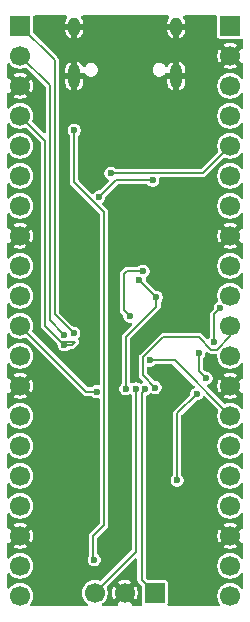
<source format=gbr>
%TF.GenerationSoftware,KiCad,Pcbnew,9.0.6*%
%TF.CreationDate,2025-12-14T11:18:03-08:00*%
%TF.ProjectId,devboard,64657662-6f61-4726-942e-6b696361645f,rev?*%
%TF.SameCoordinates,Original*%
%TF.FileFunction,Copper,L2,Bot*%
%TF.FilePolarity,Positive*%
%FSLAX46Y46*%
G04 Gerber Fmt 4.6, Leading zero omitted, Abs format (unit mm)*
G04 Created by KiCad (PCBNEW 9.0.6) date 2025-12-14 11:18:03*
%MOMM*%
%LPD*%
G01*
G04 APERTURE LIST*
%TA.AperFunction,HeatsinkPad*%
%ADD10O,1.000000X2.100000*%
%TD*%
%TA.AperFunction,HeatsinkPad*%
%ADD11O,1.000000X1.600000*%
%TD*%
%TA.AperFunction,ComponentPad*%
%ADD12R,1.700000X1.700000*%
%TD*%
%TA.AperFunction,ComponentPad*%
%ADD13C,1.700000*%
%TD*%
%TA.AperFunction,ViaPad*%
%ADD14C,0.600000*%
%TD*%
%TA.AperFunction,Conductor*%
%ADD15C,0.200000*%
%TD*%
G04 APERTURE END LIST*
D10*
%TO.P,J1,S1,SHIELD*%
%TO.N,GND*%
X86490000Y-61150000D03*
D11*
X86490000Y-56970000D03*
D10*
X77850000Y-61150000D03*
D11*
X77850000Y-56970000D03*
%TD*%
D12*
%TO.P,J4,1,Pin_1*%
%TO.N,SWD*%
X84660000Y-104900000D03*
D13*
%TO.P,J4,2,Pin_2*%
%TO.N,GND*%
X82120000Y-104900000D03*
%TO.P,J4,3,Pin_3*%
%TO.N,SWCLK*%
X79580000Y-104900000D03*
%TD*%
D12*
%TO.P,J2,1,Pin_1*%
%TO.N,VBUS*%
X91060000Y-56890000D03*
D13*
%TO.P,J2,2,Pin_2*%
%TO.N,GND*%
X91060000Y-59430000D03*
%TO.P,J2,3,Pin_3*%
%TO.N,GPIO29*%
X91060000Y-61970000D03*
%TO.P,J2,4,Pin_4*%
%TO.N,GPIO28*%
X91060000Y-64510000D03*
%TO.P,J2,5,Pin_5*%
%TO.N,+3V3*%
X91060000Y-67050000D03*
%TO.P,J2,6,Pin_6*%
%TO.N,GPIO27*%
X91060000Y-69590000D03*
%TO.P,J2,7,Pin_7*%
%TO.N,GPIO26*%
X91060000Y-72130000D03*
%TO.P,J2,8,Pin_8*%
%TO.N,GND*%
X91060000Y-74670000D03*
%TO.P,J2,9,Pin_9*%
%TO.N,GPIO24*%
X91060000Y-77210000D03*
%TO.P,J2,10,Pin_10*%
%TO.N,GPIO23*%
X91060000Y-79750000D03*
%TO.P,J2,11,Pin_11*%
%TO.N,RUN*%
X91060000Y-82290000D03*
%TO.P,J2,12,Pin_12*%
%TO.N,GPIO22*%
X91060000Y-84830000D03*
%TO.P,J2,13,Pin_13*%
%TO.N,GND*%
X91060000Y-87370000D03*
%TO.P,J2,14,Pin_14*%
%TO.N,GPIO21*%
X91060000Y-89910000D03*
%TO.P,J2,15,Pin_15*%
%TO.N,GPIO20*%
X91060000Y-92450000D03*
%TO.P,J2,16,Pin_16*%
%TO.N,GPIO19*%
X91060000Y-94990000D03*
%TO.P,J2,17,Pin_17*%
%TO.N,GPIO18*%
X91060000Y-97530000D03*
%TO.P,J2,18,Pin_18*%
%TO.N,GND*%
X91060000Y-100070000D03*
%TO.P,J2,19,Pin_19*%
%TO.N,GPIO17*%
X91060000Y-102610000D03*
%TO.P,J2,20,Pin_20*%
%TO.N,GPIO16*%
X91060000Y-105150000D03*
%TD*%
D12*
%TO.P,J3,1,Pin_1*%
%TO.N,GPIO0*%
X73280000Y-56890000D03*
D13*
%TO.P,J3,2,Pin_2*%
%TO.N,GPIO1*%
X73280000Y-59430000D03*
%TO.P,J3,3,Pin_3*%
%TO.N,GND*%
X73280000Y-61970000D03*
%TO.P,J3,4,Pin_4*%
%TO.N,GPIO2*%
X73280000Y-64510000D03*
%TO.P,J3,5,Pin_5*%
%TO.N,GPIO3*%
X73280000Y-67050000D03*
%TO.P,J3,6,Pin_6*%
%TO.N,GPIO4*%
X73280000Y-69590000D03*
%TO.P,J3,7,Pin_7*%
%TO.N,GPIO5*%
X73280000Y-72130000D03*
%TO.P,J3,8,Pin_8*%
%TO.N,GND*%
X73280000Y-74670000D03*
%TO.P,J3,9,Pin_9*%
%TO.N,GPIO6*%
X73280000Y-77210000D03*
%TO.P,J3,10,Pin_10*%
%TO.N,GPIO7*%
X73280000Y-79750000D03*
%TO.P,J3,11,Pin_11*%
%TO.N,GPIO8*%
X73280000Y-82290000D03*
%TO.P,J3,12,Pin_12*%
%TO.N,GPIO9*%
X73280000Y-84830000D03*
%TO.P,J3,13,Pin_13*%
%TO.N,GND*%
X73280000Y-87370000D03*
%TO.P,J3,14,Pin_14*%
%TO.N,GPIO10*%
X73280000Y-89910000D03*
%TO.P,J3,15,Pin_15*%
%TO.N,GPIO11*%
X73280000Y-92450000D03*
%TO.P,J3,16,Pin_16*%
%TO.N,GPIO12*%
X73280000Y-94990000D03*
%TO.P,J3,17,Pin_17*%
%TO.N,GPIO13*%
X73280000Y-97530000D03*
%TO.P,J3,18,Pin_18*%
%TO.N,GND*%
X73280000Y-100070000D03*
%TO.P,J3,19,Pin_19*%
%TO.N,GPIO14*%
X73280000Y-102610000D03*
%TO.P,J3,20,Pin_20*%
%TO.N,GPIO15*%
X73280000Y-105150000D03*
%TD*%
D14*
%TO.N,VBUS*%
X79530000Y-102100000D03*
%TO.N,GPIO25*%
X86560000Y-95380000D03*
%TO.N,+3V3*%
X83680000Y-77660000D03*
X82570000Y-81489566D03*
X80960000Y-69370000D03*
%TO.N,GND*%
X82120000Y-76610000D03*
X89980000Y-75860000D03*
X76020000Y-56960000D03*
X89090000Y-88980000D03*
X79270000Y-73900000D03*
X86470000Y-63030000D03*
X73960000Y-75810000D03*
X88730000Y-105560000D03*
X87409265Y-87510735D03*
X89640000Y-98830000D03*
X77290000Y-80250000D03*
X83850000Y-83450000D03*
X80041446Y-65960425D03*
X78730000Y-95450000D03*
X75620000Y-105510000D03*
X75760000Y-88600000D03*
X81750000Y-74400000D03*
X78439000Y-78978770D03*
X81011044Y-88053246D03*
X89380000Y-57240000D03*
X86920000Y-78920000D03*
X75300000Y-86700000D03*
%TO.N,+1V1*%
X82220000Y-87620002D03*
X83344992Y-78386479D03*
X84810000Y-79880000D03*
%TO.N,VBUS*%
X77860000Y-65720000D03*
%TO.N,GPIO25*%
X88210000Y-88070000D03*
X89020000Y-86720000D03*
X88400000Y-84620000D03*
%TO.N,RUN*%
X84689959Y-87521001D03*
%TO.N,GPIO21*%
X84270000Y-85211034D03*
%TO.N,GPIO23*%
X90230000Y-80810000D03*
X89707044Y-83702786D03*
%TO.N,GPIO1*%
X77004000Y-83060000D03*
%TO.N,GPIO0*%
X77790132Y-82911673D03*
%TO.N,GPIO8*%
X79760000Y-87860000D03*
%TO.N,GPIO2*%
X77004000Y-83920000D03*
%TO.N,SWD*%
X83867509Y-87660380D03*
%TO.N,SWCLK*%
X83068527Y-87619999D03*
%TO.N,QSPI_SS*%
X79940000Y-71389265D03*
X84500000Y-69980000D03*
%TD*%
D15*
%TO.N,VBUS*%
X79460000Y-102030000D02*
X79530000Y-102100000D01*
X79460000Y-100060000D02*
X79460000Y-102030000D01*
X80361000Y-99159000D02*
X79460000Y-100060000D01*
%TO.N,GPIO25*%
X86560000Y-89720000D02*
X86560000Y-95380000D01*
X88210000Y-88070000D02*
X86560000Y-89720000D01*
%TO.N,+3V3*%
X80960000Y-69370000D02*
X88740000Y-69370000D01*
X82060000Y-77890000D02*
X82060000Y-80979566D01*
X83680000Y-77660000D02*
X82290000Y-77660000D01*
X88740000Y-69370000D02*
X91060000Y-67050000D01*
X82060000Y-80979566D02*
X82570000Y-81489566D01*
X82290000Y-77660000D02*
X82060000Y-77890000D01*
%TO.N,GND*%
X78980000Y-78437770D02*
X78439000Y-78978770D01*
X78980000Y-74190000D02*
X78980000Y-78437770D01*
X82690000Y-66590000D02*
X82740000Y-66540000D01*
X77290000Y-80250000D02*
X77290000Y-80127770D01*
X81011044Y-75138956D02*
X81750000Y-74400000D01*
X77290000Y-80127770D02*
X78439000Y-78978770D01*
X81011044Y-88053246D02*
X81011044Y-75138956D01*
X81830000Y-97240000D02*
X81820000Y-97250000D01*
X79270000Y-73900000D02*
X78980000Y-74190000D01*
X78730000Y-95450000D02*
X78750000Y-95470000D01*
%TO.N,+1V1*%
X83344992Y-78414992D02*
X84810000Y-79880000D01*
X84810000Y-79880000D02*
X84900000Y-79880000D01*
X84810000Y-80670000D02*
X84810000Y-79880000D01*
X83344992Y-78386479D02*
X83344992Y-78414992D01*
X82220000Y-87620002D02*
X82220000Y-83260000D01*
X82220000Y-83260000D02*
X84810000Y-80670000D01*
%TO.N,VBUS*%
X77860000Y-70159208D02*
X77860000Y-65720000D01*
X80361000Y-72660208D02*
X77860000Y-70159208D01*
%TO.N,GPIO25*%
X88400000Y-86100000D02*
X89020000Y-86720000D01*
X88400000Y-84620000D02*
X88400000Y-86100000D01*
%TO.N,RUN*%
X89458101Y-84303786D02*
X89956214Y-84303786D01*
X83669000Y-84962091D02*
X85377248Y-83253843D01*
X89956214Y-84303786D02*
X91060000Y-83200000D01*
X91060000Y-83200000D02*
X91060000Y-82290000D01*
X88408158Y-83253843D02*
X89458101Y-84303786D01*
X84689959Y-87521001D02*
X83669000Y-86500042D01*
X85377248Y-83253843D02*
X88408158Y-83253843D01*
X83669000Y-86500042D02*
X83669000Y-84962091D01*
%TO.N,GPIO21*%
X86361034Y-85211034D02*
X91060000Y-89910000D01*
X84270000Y-85211034D02*
X86361034Y-85211034D01*
%TO.N,GPIO23*%
X89707044Y-81332956D02*
X90230000Y-80810000D01*
X89707044Y-83702786D02*
X89707044Y-81332956D01*
%TO.N,GPIO1*%
X73280000Y-59430000D02*
X75788000Y-61938000D01*
X75788000Y-81844000D02*
X77004000Y-83060000D01*
X75788000Y-61938000D02*
X75788000Y-81844000D01*
%TO.N,GPIO0*%
X76189000Y-81310541D02*
X77790132Y-82911673D01*
X73280000Y-56890000D02*
X76189000Y-59799000D01*
X76189000Y-59799000D02*
X76189000Y-81310541D01*
%TO.N,GPIO8*%
X78850000Y-87860000D02*
X73280000Y-82290000D01*
X79760000Y-87860000D02*
X78850000Y-87860000D01*
%TO.N,GPIO2*%
X75387000Y-82292943D02*
X75387000Y-66617000D01*
X76755057Y-83661000D02*
X75387000Y-82292943D01*
X77631748Y-83920000D02*
X77890748Y-83661000D01*
X75387000Y-66617000D02*
X73280000Y-64510000D01*
X77890748Y-83661000D02*
X76755057Y-83661000D01*
X77004000Y-83920000D02*
X77631748Y-83920000D01*
%TO.N,SWD*%
X83550000Y-87977889D02*
X83550000Y-103790000D01*
X83867509Y-87660380D02*
X83550000Y-87977889D01*
X83550000Y-103790000D02*
X84660000Y-104900000D01*
%TO.N,SWCLK*%
X83068527Y-87619999D02*
X83068527Y-101411473D01*
X83068527Y-101411473D02*
X79580000Y-104900000D01*
%TO.N,QSPI_SS*%
X81349265Y-69980000D02*
X84500000Y-69980000D01*
X79940000Y-71389265D02*
X81349265Y-69980000D01*
%TO.N,VBUS*%
X80361000Y-99159000D02*
X80361000Y-72660208D01*
%TD*%
%TA.AperFunction,Conductor*%
%TO.N,GND*%
G36*
X92131920Y-67687895D02*
G01*
X92166278Y-67748734D01*
X92169500Y-67776819D01*
X92169500Y-68863180D01*
X92149815Y-68930219D01*
X92097011Y-68975974D01*
X92027853Y-68985918D01*
X91964297Y-68956893D01*
X91945183Y-68936066D01*
X91899418Y-68873078D01*
X91899414Y-68873072D01*
X91776928Y-68750586D01*
X91636788Y-68648768D01*
X91482445Y-68570127D01*
X91317701Y-68516598D01*
X91317699Y-68516597D01*
X91317698Y-68516597D01*
X91186271Y-68495781D01*
X91146611Y-68489500D01*
X90973389Y-68489500D01*
X90933728Y-68495781D01*
X90802302Y-68516597D01*
X90637552Y-68570128D01*
X90483211Y-68648768D01*
X90403256Y-68706859D01*
X90343072Y-68750586D01*
X90343070Y-68750588D01*
X90343069Y-68750588D01*
X90220588Y-68873069D01*
X90220588Y-68873070D01*
X90220586Y-68873072D01*
X90220582Y-68873078D01*
X90118768Y-69013211D01*
X90040128Y-69167552D01*
X89986597Y-69332302D01*
X89959500Y-69503389D01*
X89959500Y-69676610D01*
X89980707Y-69810510D01*
X89986598Y-69847701D01*
X90040127Y-70012445D01*
X90118768Y-70166788D01*
X90220586Y-70306928D01*
X90343072Y-70429414D01*
X90483212Y-70531232D01*
X90637555Y-70609873D01*
X90802299Y-70663402D01*
X90973389Y-70690500D01*
X90973390Y-70690500D01*
X91146610Y-70690500D01*
X91146611Y-70690500D01*
X91317701Y-70663402D01*
X91482445Y-70609873D01*
X91636788Y-70531232D01*
X91776928Y-70429414D01*
X91899414Y-70306928D01*
X91945183Y-70243931D01*
X92000512Y-70201268D01*
X92070125Y-70195289D01*
X92131920Y-70227895D01*
X92166278Y-70288734D01*
X92169500Y-70316819D01*
X92169500Y-71403180D01*
X92149815Y-71470219D01*
X92097011Y-71515974D01*
X92027853Y-71525918D01*
X91964297Y-71496893D01*
X91945183Y-71476066D01*
X91899418Y-71413078D01*
X91899414Y-71413072D01*
X91776928Y-71290586D01*
X91636788Y-71188768D01*
X91526064Y-71132352D01*
X91482447Y-71110128D01*
X91482446Y-71110127D01*
X91482445Y-71110127D01*
X91317701Y-71056598D01*
X91317699Y-71056597D01*
X91317698Y-71056597D01*
X91186271Y-71035781D01*
X91146611Y-71029500D01*
X90973389Y-71029500D01*
X90933728Y-71035781D01*
X90802302Y-71056597D01*
X90637552Y-71110128D01*
X90483211Y-71188768D01*
X90403256Y-71246859D01*
X90343072Y-71290586D01*
X90343070Y-71290588D01*
X90343069Y-71290588D01*
X90220588Y-71413069D01*
X90220588Y-71413070D01*
X90220586Y-71413072D01*
X90220582Y-71413078D01*
X90118768Y-71553211D01*
X90040128Y-71707552D01*
X89986597Y-71872302D01*
X89981854Y-71902249D01*
X89959500Y-72043389D01*
X89959500Y-72216611D01*
X89986598Y-72387701D01*
X90040127Y-72552445D01*
X90118768Y-72706788D01*
X90220586Y-72846928D01*
X90343072Y-72969414D01*
X90483212Y-73071232D01*
X90637555Y-73149873D01*
X90802299Y-73203402D01*
X90973389Y-73230500D01*
X90973390Y-73230500D01*
X91146610Y-73230500D01*
X91146611Y-73230500D01*
X91317701Y-73203402D01*
X91482445Y-73149873D01*
X91636788Y-73071232D01*
X91776928Y-72969414D01*
X91899414Y-72846928D01*
X91945183Y-72783931D01*
X92000512Y-72741268D01*
X92070125Y-72735289D01*
X92131920Y-72767895D01*
X92166278Y-72828734D01*
X92169500Y-72856819D01*
X92169500Y-73966751D01*
X92149815Y-74033790D01*
X92097011Y-74079545D01*
X92035772Y-74090369D01*
X91996289Y-74087261D01*
X91542962Y-74540589D01*
X91525925Y-74477007D01*
X91460099Y-74362993D01*
X91367007Y-74269901D01*
X91252993Y-74204075D01*
X91189409Y-74187037D01*
X91642737Y-73733709D01*
X91636525Y-73729196D01*
X91482259Y-73650592D01*
X91317584Y-73597085D01*
X91146571Y-73570000D01*
X90973429Y-73570000D01*
X90802415Y-73597085D01*
X90637740Y-73650592D01*
X90483480Y-73729193D01*
X90483463Y-73729203D01*
X90477261Y-73733708D01*
X90477261Y-73733709D01*
X90930590Y-74187037D01*
X90867007Y-74204075D01*
X90752993Y-74269901D01*
X90659901Y-74362993D01*
X90594075Y-74477007D01*
X90577037Y-74540590D01*
X90123709Y-74087261D01*
X90123708Y-74087261D01*
X90119203Y-74093463D01*
X90119193Y-74093480D01*
X90040592Y-74247740D01*
X89987085Y-74412415D01*
X89960000Y-74583428D01*
X89960000Y-74756571D01*
X89987085Y-74927584D01*
X90040592Y-75092259D01*
X90119196Y-75246525D01*
X90123709Y-75252736D01*
X90123709Y-75252737D01*
X90577037Y-74799409D01*
X90594075Y-74862993D01*
X90659901Y-74977007D01*
X90752993Y-75070099D01*
X90867007Y-75135925D01*
X90930589Y-75152962D01*
X90477261Y-75606289D01*
X90477262Y-75606290D01*
X90483471Y-75610801D01*
X90637742Y-75689408D01*
X90802415Y-75742914D01*
X90973429Y-75770000D01*
X91146571Y-75770000D01*
X91317584Y-75742914D01*
X91482257Y-75689408D01*
X91636525Y-75610803D01*
X91642736Y-75606289D01*
X91642737Y-75606289D01*
X91189410Y-75152962D01*
X91252993Y-75135925D01*
X91367007Y-75070099D01*
X91460099Y-74977007D01*
X91525925Y-74862993D01*
X91542962Y-74799409D01*
X91996288Y-75252736D01*
X92035774Y-75249630D01*
X92104151Y-75263996D01*
X92153907Y-75313048D01*
X92169500Y-75373248D01*
X92169500Y-76483180D01*
X92149815Y-76550219D01*
X92097011Y-76595974D01*
X92027853Y-76605918D01*
X91964297Y-76576893D01*
X91945183Y-76556066D01*
X91899418Y-76493078D01*
X91899414Y-76493072D01*
X91776928Y-76370586D01*
X91636788Y-76268768D01*
X91482445Y-76190127D01*
X91317701Y-76136598D01*
X91317699Y-76136597D01*
X91317698Y-76136597D01*
X91186271Y-76115781D01*
X91146611Y-76109500D01*
X90973389Y-76109500D01*
X90933728Y-76115781D01*
X90802302Y-76136597D01*
X90637552Y-76190128D01*
X90483211Y-76268768D01*
X90403256Y-76326859D01*
X90343072Y-76370586D01*
X90343070Y-76370588D01*
X90343069Y-76370588D01*
X90220588Y-76493069D01*
X90220588Y-76493070D01*
X90220586Y-76493072D01*
X90220582Y-76493078D01*
X90118768Y-76633211D01*
X90040128Y-76787552D01*
X89986597Y-76952302D01*
X89961700Y-77109500D01*
X89959500Y-77123389D01*
X89959500Y-77296611D01*
X89986598Y-77467701D01*
X90040127Y-77632445D01*
X90118768Y-77786788D01*
X90220586Y-77926928D01*
X90343072Y-78049414D01*
X90483212Y-78151232D01*
X90637555Y-78229873D01*
X90802299Y-78283402D01*
X90973389Y-78310500D01*
X90973390Y-78310500D01*
X91146610Y-78310500D01*
X91146611Y-78310500D01*
X91317701Y-78283402D01*
X91482445Y-78229873D01*
X91636788Y-78151232D01*
X91776928Y-78049414D01*
X91899414Y-77926928D01*
X91945183Y-77863931D01*
X92000512Y-77821268D01*
X92070125Y-77815289D01*
X92131920Y-77847895D01*
X92166278Y-77908734D01*
X92169500Y-77936819D01*
X92169500Y-79023180D01*
X92149815Y-79090219D01*
X92097011Y-79135974D01*
X92027853Y-79145918D01*
X91964297Y-79116893D01*
X91945183Y-79096066D01*
X91899418Y-79033078D01*
X91899414Y-79033072D01*
X91776928Y-78910586D01*
X91636788Y-78808768D01*
X91482445Y-78730127D01*
X91317701Y-78676598D01*
X91317699Y-78676597D01*
X91317698Y-78676597D01*
X91186271Y-78655781D01*
X91146611Y-78649500D01*
X90973389Y-78649500D01*
X90933728Y-78655781D01*
X90802302Y-78676597D01*
X90802299Y-78676598D01*
X90654892Y-78724494D01*
X90637552Y-78730128D01*
X90483211Y-78808768D01*
X90403256Y-78866859D01*
X90343072Y-78910586D01*
X90343070Y-78910588D01*
X90343069Y-78910588D01*
X90220588Y-79033069D01*
X90220588Y-79033070D01*
X90220586Y-79033072D01*
X90220582Y-79033078D01*
X90118768Y-79173211D01*
X90040128Y-79327552D01*
X89986597Y-79492302D01*
X89978728Y-79541988D01*
X89959500Y-79663389D01*
X89959500Y-79836611D01*
X89986598Y-80007701D01*
X90039608Y-80170847D01*
X90041603Y-80240687D01*
X90005523Y-80300520D01*
X89983678Y-80316550D01*
X89891991Y-80369486D01*
X89891982Y-80369493D01*
X89789493Y-80471982D01*
X89789488Y-80471988D01*
X89717017Y-80597511D01*
X89717016Y-80597515D01*
X89679500Y-80737525D01*
X89679500Y-80737527D01*
X89679500Y-80813456D01*
X89659815Y-80880495D01*
X89643181Y-80901137D01*
X89426575Y-81117742D01*
X89426569Y-81117750D01*
X89388779Y-81183206D01*
X89388779Y-81183207D01*
X89380431Y-81197665D01*
X89380430Y-81197668D01*
X89356544Y-81286812D01*
X89356544Y-83223400D01*
X89349203Y-83248399D01*
X89345654Y-83274214D01*
X89338635Y-83284389D01*
X89336859Y-83290439D01*
X89326756Y-83304023D01*
X89323629Y-83307676D01*
X89266535Y-83364771D01*
X89249456Y-83394351D01*
X89242006Y-83403058D01*
X89221941Y-83416127D01*
X89204611Y-83432652D01*
X89193199Y-83434851D01*
X89183462Y-83441194D01*
X89159517Y-83441341D01*
X89136004Y-83445873D01*
X89125214Y-83441553D01*
X89113594Y-83441625D01*
X89093369Y-83428803D01*
X89071140Y-83419903D01*
X89060113Y-83410116D01*
X88623371Y-82973374D01*
X88623366Y-82973370D01*
X88543446Y-82927229D01*
X88543439Y-82927227D01*
X88534054Y-82924712D01*
X88534053Y-82924712D01*
X88494177Y-82914027D01*
X88454302Y-82903343D01*
X85331104Y-82903343D01*
X85251353Y-82924712D01*
X85251352Y-82924712D01*
X85241962Y-82927227D01*
X85241961Y-82927228D01*
X85162038Y-82973372D01*
X85162032Y-82973376D01*
X83388529Y-84746879D01*
X83377285Y-84766354D01*
X83372533Y-84774587D01*
X83357459Y-84800695D01*
X83342386Y-84826802D01*
X83318500Y-84915947D01*
X83318500Y-86546185D01*
X83342386Y-86635329D01*
X83342387Y-86635332D01*
X83388527Y-86715250D01*
X83388531Y-86715255D01*
X83645772Y-86972496D01*
X83657753Y-86994437D01*
X83673209Y-87014092D01*
X83674210Y-87024576D01*
X83679257Y-87033819D01*
X83677473Y-87058756D01*
X83679850Y-87083645D01*
X83675024Y-87093005D01*
X83674273Y-87103511D01*
X83659289Y-87123526D01*
X83647833Y-87145748D01*
X83635240Y-87155650D01*
X83632401Y-87159444D01*
X83620090Y-87167565D01*
X83559545Y-87202520D01*
X83491645Y-87218992D01*
X83425618Y-87196139D01*
X83409865Y-87182813D01*
X83406544Y-87179492D01*
X83406538Y-87179487D01*
X83281015Y-87107016D01*
X83281016Y-87107016D01*
X83266715Y-87103184D01*
X83141002Y-87069499D01*
X82996052Y-87069499D01*
X82870339Y-87103184D01*
X82856038Y-87107016D01*
X82756500Y-87164485D01*
X82688600Y-87180958D01*
X82622573Y-87158105D01*
X82579382Y-87103184D01*
X82570500Y-87057098D01*
X82570500Y-83456544D01*
X82590185Y-83389505D01*
X82606819Y-83368863D01*
X83793969Y-82181713D01*
X85090470Y-80885212D01*
X85136614Y-80805288D01*
X85147715Y-80763857D01*
X85160500Y-80716144D01*
X85160500Y-80359386D01*
X85180185Y-80292347D01*
X85196819Y-80271705D01*
X85250509Y-80218015D01*
X85322984Y-80092485D01*
X85360500Y-79952475D01*
X85360500Y-79807525D01*
X85322984Y-79667515D01*
X85250509Y-79541985D01*
X85148015Y-79439491D01*
X85148013Y-79439490D01*
X85148011Y-79439488D01*
X85022488Y-79367017D01*
X85022489Y-79367017D01*
X85011006Y-79363940D01*
X84882475Y-79329500D01*
X84882472Y-79329500D01*
X84806544Y-79329500D01*
X84739505Y-79309815D01*
X84718863Y-79293181D01*
X83931811Y-78506129D01*
X83919265Y-78483152D01*
X83903488Y-78462256D01*
X83901295Y-78450244D01*
X83898326Y-78444806D01*
X83895845Y-78427800D01*
X83895492Y-78423132D01*
X83895492Y-78314004D01*
X83883992Y-78271087D01*
X83883119Y-78259538D01*
X83888087Y-78236242D01*
X83888654Y-78212429D01*
X83895241Y-78202696D01*
X83897692Y-78191205D01*
X83914464Y-78174294D01*
X83927817Y-78154567D01*
X83944762Y-78142801D01*
X84018015Y-78100509D01*
X84120509Y-77998015D01*
X84192984Y-77872485D01*
X84230500Y-77732475D01*
X84230500Y-77587525D01*
X84192984Y-77447515D01*
X84153733Y-77379531D01*
X84120511Y-77321988D01*
X84120506Y-77321982D01*
X84018017Y-77219493D01*
X84018011Y-77219488D01*
X83892488Y-77147017D01*
X83892489Y-77147017D01*
X83881006Y-77143940D01*
X83752475Y-77109500D01*
X83607525Y-77109500D01*
X83478993Y-77143940D01*
X83467511Y-77147017D01*
X83341988Y-77219488D01*
X83341982Y-77219493D01*
X83288295Y-77273181D01*
X83226972Y-77306666D01*
X83200614Y-77309500D01*
X82243856Y-77309500D01*
X82154712Y-77333386D01*
X82154709Y-77333387D01*
X82074791Y-77379527D01*
X82074786Y-77379531D01*
X81779531Y-77674786D01*
X81779527Y-77674791D01*
X81733387Y-77754709D01*
X81733386Y-77754712D01*
X81709500Y-77843856D01*
X81709500Y-81025710D01*
X81733157Y-81113997D01*
X81733386Y-81114853D01*
X81733387Y-81114856D01*
X81779527Y-81194774D01*
X81779531Y-81194779D01*
X81983181Y-81398429D01*
X82016666Y-81459752D01*
X82019500Y-81486110D01*
X82019500Y-81562041D01*
X82052614Y-81685622D01*
X82057017Y-81702054D01*
X82129488Y-81827577D01*
X82129490Y-81827579D01*
X82129491Y-81827581D01*
X82231985Y-81930075D01*
X82231986Y-81930076D01*
X82231988Y-81930077D01*
X82357511Y-82002548D01*
X82357512Y-82002548D01*
X82357515Y-82002550D01*
X82497525Y-82040066D01*
X82497528Y-82040066D01*
X82644890Y-82040066D01*
X82711929Y-82059751D01*
X82757684Y-82112555D01*
X82767628Y-82181713D01*
X82738603Y-82245269D01*
X82732571Y-82251747D01*
X81939532Y-83044785D01*
X81939528Y-83044791D01*
X81904106Y-83106142D01*
X81904107Y-83106143D01*
X81893386Y-83124711D01*
X81893386Y-83124712D01*
X81869500Y-83213856D01*
X81869500Y-87140616D01*
X81849815Y-87207655D01*
X81833181Y-87228297D01*
X81779493Y-87281984D01*
X81779488Y-87281990D01*
X81707017Y-87407513D01*
X81707016Y-87407517D01*
X81669500Y-87547527D01*
X81669500Y-87692477D01*
X81696237Y-87792259D01*
X81707017Y-87832490D01*
X81779488Y-87958013D01*
X81779490Y-87958015D01*
X81779491Y-87958017D01*
X81881985Y-88060511D01*
X81881986Y-88060512D01*
X81881988Y-88060513D01*
X82007511Y-88132984D01*
X82007512Y-88132984D01*
X82007515Y-88132986D01*
X82147525Y-88170502D01*
X82147528Y-88170502D01*
X82292472Y-88170502D01*
X82292475Y-88170502D01*
X82432485Y-88132986D01*
X82532028Y-88075514D01*
X82599926Y-88059042D01*
X82665953Y-88081894D01*
X82709144Y-88136815D01*
X82718027Y-88182902D01*
X82718027Y-101214928D01*
X82698342Y-101281967D01*
X82681708Y-101302609D01*
X80132969Y-103851347D01*
X80071646Y-103884832D01*
X80006970Y-103881597D01*
X79837698Y-103826597D01*
X79706271Y-103805781D01*
X79666611Y-103799500D01*
X79493389Y-103799500D01*
X79453728Y-103805781D01*
X79322302Y-103826597D01*
X79157552Y-103880128D01*
X79003211Y-103958768D01*
X78939286Y-104005213D01*
X78863072Y-104060586D01*
X78863070Y-104060588D01*
X78863069Y-104060588D01*
X78740588Y-104183069D01*
X78740588Y-104183070D01*
X78740586Y-104183072D01*
X78721917Y-104208768D01*
X78638768Y-104323211D01*
X78560128Y-104477552D01*
X78506597Y-104642302D01*
X78496349Y-104707007D01*
X78479500Y-104813389D01*
X78479500Y-104986611D01*
X78506598Y-105157701D01*
X78560127Y-105322445D01*
X78638768Y-105476788D01*
X78740586Y-105616928D01*
X78863072Y-105739414D01*
X78911603Y-105774674D01*
X78939830Y-105795182D01*
X78982495Y-105850513D01*
X78988474Y-105920126D01*
X78955868Y-105981921D01*
X78895029Y-106016278D01*
X78866944Y-106019500D01*
X74251928Y-106019500D01*
X74184889Y-105999815D01*
X74139134Y-105947011D01*
X74129190Y-105877853D01*
X74151610Y-105822614D01*
X74157653Y-105814297D01*
X74221232Y-105726788D01*
X74299873Y-105572445D01*
X74353402Y-105407701D01*
X74380500Y-105236611D01*
X74380500Y-105063389D01*
X74353402Y-104892299D01*
X74299873Y-104727555D01*
X74221232Y-104573212D01*
X74119414Y-104433072D01*
X73996928Y-104310586D01*
X73856788Y-104208768D01*
X73702445Y-104130127D01*
X73537701Y-104076598D01*
X73537699Y-104076597D01*
X73537698Y-104076597D01*
X73406271Y-104055781D01*
X73366611Y-104049500D01*
X73193389Y-104049500D01*
X73153728Y-104055781D01*
X73022302Y-104076597D01*
X72857552Y-104130128D01*
X72703211Y-104208768D01*
X72634262Y-104258863D01*
X72563072Y-104310586D01*
X72563070Y-104310588D01*
X72563069Y-104310588D01*
X72440588Y-104433069D01*
X72440581Y-104433078D01*
X72394817Y-104496066D01*
X72339487Y-104538732D01*
X72269874Y-104544710D01*
X72208079Y-104512104D01*
X72173722Y-104451265D01*
X72170500Y-104423180D01*
X72170500Y-103336819D01*
X72190185Y-103269780D01*
X72242989Y-103224025D01*
X72312147Y-103214081D01*
X72375703Y-103243106D01*
X72394814Y-103263929D01*
X72440586Y-103326928D01*
X72563072Y-103449414D01*
X72703212Y-103551232D01*
X72857555Y-103629873D01*
X73022299Y-103683402D01*
X73193389Y-103710500D01*
X73193390Y-103710500D01*
X73366610Y-103710500D01*
X73366611Y-103710500D01*
X73537701Y-103683402D01*
X73702445Y-103629873D01*
X73856788Y-103551232D01*
X73996928Y-103449414D01*
X74119414Y-103326928D01*
X74221232Y-103186788D01*
X74299873Y-103032445D01*
X74353402Y-102867701D01*
X74380500Y-102696611D01*
X74380500Y-102523389D01*
X74353402Y-102352299D01*
X74299873Y-102187555D01*
X74221232Y-102033212D01*
X74119414Y-101893072D01*
X73996928Y-101770586D01*
X73856788Y-101668768D01*
X73702445Y-101590127D01*
X73537701Y-101536598D01*
X73537699Y-101536597D01*
X73537698Y-101536597D01*
X73406271Y-101515781D01*
X73366611Y-101509500D01*
X73193389Y-101509500D01*
X73153728Y-101515781D01*
X73022302Y-101536597D01*
X72857552Y-101590128D01*
X72703211Y-101668768D01*
X72623256Y-101726859D01*
X72563072Y-101770586D01*
X72563070Y-101770588D01*
X72563069Y-101770588D01*
X72440588Y-101893069D01*
X72440581Y-101893078D01*
X72394817Y-101956066D01*
X72339487Y-101998732D01*
X72269874Y-102004710D01*
X72208079Y-101972104D01*
X72173722Y-101911265D01*
X72170500Y-101883180D01*
X72170500Y-100773247D01*
X72190185Y-100706208D01*
X72242989Y-100660453D01*
X72304231Y-100649629D01*
X72343710Y-100652736D01*
X72797037Y-100199409D01*
X72814075Y-100262993D01*
X72879901Y-100377007D01*
X72972993Y-100470099D01*
X73087007Y-100535925D01*
X73150589Y-100552962D01*
X72697261Y-101006289D01*
X72697262Y-101006290D01*
X72703471Y-101010801D01*
X72857742Y-101089408D01*
X73022415Y-101142914D01*
X73193429Y-101170000D01*
X73366571Y-101170000D01*
X73537584Y-101142914D01*
X73702257Y-101089408D01*
X73856525Y-101010803D01*
X73862736Y-101006289D01*
X73862737Y-101006289D01*
X73409410Y-100552962D01*
X73472993Y-100535925D01*
X73587007Y-100470099D01*
X73680099Y-100377007D01*
X73745925Y-100262993D01*
X73762962Y-100199410D01*
X74216289Y-100652737D01*
X74216289Y-100652736D01*
X74220803Y-100646525D01*
X74299408Y-100492257D01*
X74352914Y-100327584D01*
X74380000Y-100156571D01*
X74380000Y-99983428D01*
X74352914Y-99812415D01*
X74299408Y-99647742D01*
X74220801Y-99493471D01*
X74216290Y-99487262D01*
X74216289Y-99487261D01*
X73762962Y-99940589D01*
X73745925Y-99877007D01*
X73680099Y-99762993D01*
X73587007Y-99669901D01*
X73472993Y-99604075D01*
X73409409Y-99587037D01*
X73862737Y-99133709D01*
X73856525Y-99129196D01*
X73702259Y-99050592D01*
X73537584Y-98997085D01*
X73366571Y-98970000D01*
X73193429Y-98970000D01*
X73022415Y-98997085D01*
X72857740Y-99050592D01*
X72703480Y-99129193D01*
X72703463Y-99129203D01*
X72697261Y-99133708D01*
X72697261Y-99133709D01*
X73150590Y-99587037D01*
X73087007Y-99604075D01*
X72972993Y-99669901D01*
X72879901Y-99762993D01*
X72814075Y-99877007D01*
X72797037Y-99940590D01*
X72343709Y-99487261D01*
X72304235Y-99490370D01*
X72290622Y-99487511D01*
X72276853Y-99489491D01*
X72257104Y-99480472D01*
X72235857Y-99476010D01*
X72225950Y-99466244D01*
X72213297Y-99460466D01*
X72201559Y-99442201D01*
X72186098Y-99426961D01*
X72182270Y-99412187D01*
X72175523Y-99401688D01*
X72170500Y-99366753D01*
X72170500Y-98256819D01*
X72190185Y-98189780D01*
X72242989Y-98144025D01*
X72312147Y-98134081D01*
X72375703Y-98163106D01*
X72394814Y-98183929D01*
X72440586Y-98246928D01*
X72563072Y-98369414D01*
X72703212Y-98471232D01*
X72857555Y-98549873D01*
X73022299Y-98603402D01*
X73193389Y-98630500D01*
X73193390Y-98630500D01*
X73366610Y-98630500D01*
X73366611Y-98630500D01*
X73537701Y-98603402D01*
X73702445Y-98549873D01*
X73856788Y-98471232D01*
X73996928Y-98369414D01*
X74119414Y-98246928D01*
X74221232Y-98106788D01*
X74299873Y-97952445D01*
X74353402Y-97787701D01*
X74380500Y-97616611D01*
X74380500Y-97443389D01*
X74353402Y-97272299D01*
X74299873Y-97107555D01*
X74221232Y-96953212D01*
X74119414Y-96813072D01*
X73996928Y-96690586D01*
X73856788Y-96588768D01*
X73702445Y-96510127D01*
X73537701Y-96456598D01*
X73537699Y-96456597D01*
X73537698Y-96456597D01*
X73406271Y-96435781D01*
X73366611Y-96429500D01*
X73193389Y-96429500D01*
X73153728Y-96435781D01*
X73022302Y-96456597D01*
X72857552Y-96510128D01*
X72703211Y-96588768D01*
X72623256Y-96646859D01*
X72563072Y-96690586D01*
X72563070Y-96690588D01*
X72563069Y-96690588D01*
X72440588Y-96813069D01*
X72440581Y-96813078D01*
X72394817Y-96876066D01*
X72339487Y-96918732D01*
X72269874Y-96924710D01*
X72208079Y-96892104D01*
X72173722Y-96831265D01*
X72170500Y-96803180D01*
X72170500Y-95716819D01*
X72190185Y-95649780D01*
X72242989Y-95604025D01*
X72312147Y-95594081D01*
X72375703Y-95623106D01*
X72394814Y-95643929D01*
X72440586Y-95706928D01*
X72563072Y-95829414D01*
X72703212Y-95931232D01*
X72857555Y-96009873D01*
X73022299Y-96063402D01*
X73193389Y-96090500D01*
X73193390Y-96090500D01*
X73366610Y-96090500D01*
X73366611Y-96090500D01*
X73537701Y-96063402D01*
X73702445Y-96009873D01*
X73856788Y-95931232D01*
X73996928Y-95829414D01*
X74119414Y-95706928D01*
X74221232Y-95566788D01*
X74299873Y-95412445D01*
X74353402Y-95247701D01*
X74380500Y-95076611D01*
X74380500Y-94903389D01*
X74353402Y-94732299D01*
X74299873Y-94567555D01*
X74221232Y-94413212D01*
X74119414Y-94273072D01*
X73996928Y-94150586D01*
X73856788Y-94048768D01*
X73702445Y-93970127D01*
X73537701Y-93916598D01*
X73537699Y-93916597D01*
X73537698Y-93916597D01*
X73406271Y-93895781D01*
X73366611Y-93889500D01*
X73193389Y-93889500D01*
X73153728Y-93895781D01*
X73022302Y-93916597D01*
X72857552Y-93970128D01*
X72703211Y-94048768D01*
X72623256Y-94106859D01*
X72563072Y-94150586D01*
X72563070Y-94150588D01*
X72563069Y-94150588D01*
X72440588Y-94273069D01*
X72440581Y-94273078D01*
X72394817Y-94336066D01*
X72339487Y-94378732D01*
X72269874Y-94384710D01*
X72208079Y-94352104D01*
X72173722Y-94291265D01*
X72170500Y-94263180D01*
X72170500Y-93176819D01*
X72190185Y-93109780D01*
X72242989Y-93064025D01*
X72312147Y-93054081D01*
X72375703Y-93083106D01*
X72394814Y-93103929D01*
X72440586Y-93166928D01*
X72563072Y-93289414D01*
X72703212Y-93391232D01*
X72857555Y-93469873D01*
X73022299Y-93523402D01*
X73193389Y-93550500D01*
X73193390Y-93550500D01*
X73366610Y-93550500D01*
X73366611Y-93550500D01*
X73537701Y-93523402D01*
X73702445Y-93469873D01*
X73856788Y-93391232D01*
X73996928Y-93289414D01*
X74119414Y-93166928D01*
X74221232Y-93026788D01*
X74299873Y-92872445D01*
X74353402Y-92707701D01*
X74380500Y-92536611D01*
X74380500Y-92363389D01*
X74353402Y-92192299D01*
X74299873Y-92027555D01*
X74221232Y-91873212D01*
X74119414Y-91733072D01*
X73996928Y-91610586D01*
X73856788Y-91508768D01*
X73702445Y-91430127D01*
X73537701Y-91376598D01*
X73537699Y-91376597D01*
X73537698Y-91376597D01*
X73406271Y-91355781D01*
X73366611Y-91349500D01*
X73193389Y-91349500D01*
X73153728Y-91355781D01*
X73022302Y-91376597D01*
X72857552Y-91430128D01*
X72703211Y-91508768D01*
X72623256Y-91566859D01*
X72563072Y-91610586D01*
X72563070Y-91610588D01*
X72563069Y-91610588D01*
X72440588Y-91733069D01*
X72440581Y-91733078D01*
X72394817Y-91796066D01*
X72339487Y-91838732D01*
X72269874Y-91844710D01*
X72208079Y-91812104D01*
X72173722Y-91751265D01*
X72170500Y-91723180D01*
X72170500Y-90636819D01*
X72190185Y-90569780D01*
X72242989Y-90524025D01*
X72312147Y-90514081D01*
X72375703Y-90543106D01*
X72394814Y-90563929D01*
X72440586Y-90626928D01*
X72563072Y-90749414D01*
X72703212Y-90851232D01*
X72857555Y-90929873D01*
X73022299Y-90983402D01*
X73193389Y-91010500D01*
X73193390Y-91010500D01*
X73366610Y-91010500D01*
X73366611Y-91010500D01*
X73537701Y-90983402D01*
X73702445Y-90929873D01*
X73856788Y-90851232D01*
X73996928Y-90749414D01*
X74119414Y-90626928D01*
X74221232Y-90486788D01*
X74299873Y-90332445D01*
X74353402Y-90167701D01*
X74380500Y-89996611D01*
X74380500Y-89823389D01*
X74353402Y-89652299D01*
X74299873Y-89487555D01*
X74221232Y-89333212D01*
X74119414Y-89193072D01*
X73996928Y-89070586D01*
X73856788Y-88968768D01*
X73702445Y-88890127D01*
X73537701Y-88836598D01*
X73537699Y-88836597D01*
X73537698Y-88836597D01*
X73406271Y-88815781D01*
X73366611Y-88809500D01*
X73193389Y-88809500D01*
X73153728Y-88815781D01*
X73022302Y-88836597D01*
X72857552Y-88890128D01*
X72703211Y-88968768D01*
X72623256Y-89026859D01*
X72563072Y-89070586D01*
X72563070Y-89070588D01*
X72563069Y-89070588D01*
X72440588Y-89193069D01*
X72440581Y-89193078D01*
X72394817Y-89256066D01*
X72339487Y-89298732D01*
X72269874Y-89304710D01*
X72208079Y-89272104D01*
X72173722Y-89211265D01*
X72170500Y-89183180D01*
X72170500Y-88073247D01*
X72190185Y-88006208D01*
X72242989Y-87960453D01*
X72304231Y-87949629D01*
X72343710Y-87952736D01*
X72797037Y-87499409D01*
X72814075Y-87562993D01*
X72879901Y-87677007D01*
X72972993Y-87770099D01*
X73087007Y-87835925D01*
X73150589Y-87852962D01*
X72697261Y-88306289D01*
X72697262Y-88306290D01*
X72703471Y-88310801D01*
X72857742Y-88389408D01*
X73022415Y-88442914D01*
X73193429Y-88470000D01*
X73366571Y-88470000D01*
X73537584Y-88442914D01*
X73702257Y-88389408D01*
X73856525Y-88310803D01*
X73862736Y-88306289D01*
X73862737Y-88306289D01*
X73409410Y-87852962D01*
X73472993Y-87835925D01*
X73587007Y-87770099D01*
X73680099Y-87677007D01*
X73745925Y-87562993D01*
X73762962Y-87499410D01*
X74216289Y-87952737D01*
X74216289Y-87952736D01*
X74220803Y-87946525D01*
X74299408Y-87792257D01*
X74352914Y-87627584D01*
X74380000Y-87456571D01*
X74380000Y-87283428D01*
X74352914Y-87112415D01*
X74299408Y-86947742D01*
X74220801Y-86793471D01*
X74216290Y-86787262D01*
X74216289Y-86787261D01*
X73762962Y-87240589D01*
X73745925Y-87177007D01*
X73680099Y-87062993D01*
X73587007Y-86969901D01*
X73472993Y-86904075D01*
X73409409Y-86887037D01*
X73862737Y-86433709D01*
X73856525Y-86429196D01*
X73702259Y-86350592D01*
X73537584Y-86297085D01*
X73366571Y-86270000D01*
X73193429Y-86270000D01*
X73022415Y-86297085D01*
X72857740Y-86350592D01*
X72703480Y-86429193D01*
X72703463Y-86429203D01*
X72697261Y-86433708D01*
X72697261Y-86433709D01*
X73150590Y-86887037D01*
X73087007Y-86904075D01*
X72972993Y-86969901D01*
X72879901Y-87062993D01*
X72814075Y-87177007D01*
X72797037Y-87240590D01*
X72343709Y-86787261D01*
X72304235Y-86790370D01*
X72290622Y-86787511D01*
X72276853Y-86789491D01*
X72257104Y-86780472D01*
X72235857Y-86776010D01*
X72225950Y-86766244D01*
X72213297Y-86760466D01*
X72201559Y-86742201D01*
X72186098Y-86726961D01*
X72182270Y-86712187D01*
X72175523Y-86701688D01*
X72170500Y-86666753D01*
X72170500Y-85556819D01*
X72190185Y-85489780D01*
X72242989Y-85444025D01*
X72312147Y-85434081D01*
X72375703Y-85463106D01*
X72394814Y-85483929D01*
X72440586Y-85546928D01*
X72563072Y-85669414D01*
X72703212Y-85771232D01*
X72857555Y-85849873D01*
X73022299Y-85903402D01*
X73193389Y-85930500D01*
X73193390Y-85930500D01*
X73366610Y-85930500D01*
X73366611Y-85930500D01*
X73537701Y-85903402D01*
X73702445Y-85849873D01*
X73856788Y-85771232D01*
X73996928Y-85669414D01*
X74119414Y-85546928D01*
X74221232Y-85406788D01*
X74299873Y-85252445D01*
X74353402Y-85087701D01*
X74380500Y-84916611D01*
X74380500Y-84743389D01*
X74353402Y-84572299D01*
X74299873Y-84407555D01*
X74221232Y-84253212D01*
X74119414Y-84113072D01*
X73996928Y-83990586D01*
X73856788Y-83888768D01*
X73702445Y-83810127D01*
X73537701Y-83756598D01*
X73537699Y-83756597D01*
X73537698Y-83756597D01*
X73406271Y-83735781D01*
X73366611Y-83729500D01*
X73193389Y-83729500D01*
X73153728Y-83735781D01*
X73022302Y-83756597D01*
X72857552Y-83810128D01*
X72703211Y-83888768D01*
X72623256Y-83946859D01*
X72563072Y-83990586D01*
X72563070Y-83990588D01*
X72563069Y-83990588D01*
X72440588Y-84113069D01*
X72440581Y-84113078D01*
X72394817Y-84176066D01*
X72339487Y-84218732D01*
X72269874Y-84224710D01*
X72208079Y-84192104D01*
X72173722Y-84131265D01*
X72170500Y-84103180D01*
X72170500Y-83016819D01*
X72190185Y-82949780D01*
X72242989Y-82904025D01*
X72312147Y-82894081D01*
X72375703Y-82923106D01*
X72394814Y-82943929D01*
X72440586Y-83006928D01*
X72563072Y-83129414D01*
X72703212Y-83231232D01*
X72857555Y-83309873D01*
X73022299Y-83363402D01*
X73193389Y-83390500D01*
X73193390Y-83390500D01*
X73366610Y-83390500D01*
X73366611Y-83390500D01*
X73537701Y-83363402D01*
X73702445Y-83309873D01*
X73702447Y-83309871D01*
X73706971Y-83308402D01*
X73776812Y-83306407D01*
X73832970Y-83338652D01*
X78634788Y-88140470D01*
X78634789Y-88140471D01*
X78634791Y-88140472D01*
X78654161Y-88151655D01*
X78704085Y-88180478D01*
X78704087Y-88180480D01*
X78711342Y-88184668D01*
X78714712Y-88186614D01*
X78803856Y-88210500D01*
X78803857Y-88210500D01*
X78896144Y-88210500D01*
X79280614Y-88210500D01*
X79347653Y-88230185D01*
X79368295Y-88246819D01*
X79421985Y-88300509D01*
X79421986Y-88300510D01*
X79421988Y-88300511D01*
X79547511Y-88372982D01*
X79547512Y-88372982D01*
X79547515Y-88372984D01*
X79687525Y-88410500D01*
X79687528Y-88410500D01*
X79832472Y-88410500D01*
X79832475Y-88410500D01*
X79854407Y-88404623D01*
X79924253Y-88406284D01*
X79982117Y-88445445D01*
X80009623Y-88509672D01*
X80010500Y-88524397D01*
X80010500Y-98962456D01*
X79990815Y-99029495D01*
X79974181Y-99050137D01*
X79179531Y-99844786D01*
X79179527Y-99844791D01*
X79133387Y-99924709D01*
X79133386Y-99924712D01*
X79109500Y-100013856D01*
X79109500Y-101694102D01*
X79092887Y-101756102D01*
X79017017Y-101887511D01*
X79015527Y-101893072D01*
X78979500Y-102027525D01*
X78979500Y-102172475D01*
X78983541Y-102187555D01*
X79017017Y-102312488D01*
X79089488Y-102438011D01*
X79089490Y-102438013D01*
X79089491Y-102438015D01*
X79191985Y-102540509D01*
X79191986Y-102540510D01*
X79191988Y-102540511D01*
X79317511Y-102612982D01*
X79317512Y-102612982D01*
X79317515Y-102612984D01*
X79457525Y-102650500D01*
X79457528Y-102650500D01*
X79602472Y-102650500D01*
X79602475Y-102650500D01*
X79742485Y-102612984D01*
X79868015Y-102540509D01*
X79970509Y-102438015D01*
X80042984Y-102312485D01*
X80080500Y-102172475D01*
X80080500Y-102027525D01*
X80042984Y-101887515D01*
X79970509Y-101761985D01*
X79868015Y-101659491D01*
X79868014Y-101659490D01*
X79868011Y-101659487D01*
X79861570Y-101654545D01*
X79863238Y-101652370D01*
X79824277Y-101611499D01*
X79810500Y-101554693D01*
X79810500Y-100256543D01*
X79830185Y-100189504D01*
X79846819Y-100168862D01*
X80203266Y-99812415D01*
X80641469Y-99374212D01*
X80687614Y-99294288D01*
X80711500Y-99205144D01*
X80711500Y-72614064D01*
X80687614Y-72524920D01*
X80664852Y-72485495D01*
X80641470Y-72444996D01*
X80232669Y-72036195D01*
X80199184Y-71974872D01*
X80204168Y-71905180D01*
X80246040Y-71849247D01*
X80258346Y-71841129D01*
X80278015Y-71829774D01*
X80380509Y-71727280D01*
X80452984Y-71601750D01*
X80490500Y-71461740D01*
X80490500Y-71385809D01*
X80510185Y-71318770D01*
X80526819Y-71298128D01*
X81458128Y-70366819D01*
X81519451Y-70333334D01*
X81545809Y-70330500D01*
X84020614Y-70330500D01*
X84087653Y-70350185D01*
X84108295Y-70366819D01*
X84161985Y-70420509D01*
X84161986Y-70420510D01*
X84161988Y-70420511D01*
X84287511Y-70492982D01*
X84287512Y-70492982D01*
X84287515Y-70492984D01*
X84427525Y-70530500D01*
X84427528Y-70530500D01*
X84572472Y-70530500D01*
X84572475Y-70530500D01*
X84712485Y-70492984D01*
X84838015Y-70420509D01*
X84940509Y-70318015D01*
X85012984Y-70192485D01*
X85050500Y-70052475D01*
X85050500Y-69907525D01*
X85042212Y-69876594D01*
X85043874Y-69806745D01*
X85083036Y-69748882D01*
X85147264Y-69721377D01*
X85161986Y-69720500D01*
X88786142Y-69720500D01*
X88786144Y-69720500D01*
X88875288Y-69696614D01*
X88882612Y-69692385D01*
X88909933Y-69676612D01*
X88909934Y-69676611D01*
X88955212Y-69650470D01*
X90507031Y-68098649D01*
X90568352Y-68065166D01*
X90633029Y-68068401D01*
X90637547Y-68069869D01*
X90637555Y-68069873D01*
X90802299Y-68123402D01*
X90973389Y-68150500D01*
X90973390Y-68150500D01*
X91146610Y-68150500D01*
X91146611Y-68150500D01*
X91317701Y-68123402D01*
X91482445Y-68069873D01*
X91636788Y-67991232D01*
X91776928Y-67889414D01*
X91899414Y-67766928D01*
X91945183Y-67703931D01*
X92000512Y-67661268D01*
X92070125Y-67655289D01*
X92131920Y-67687895D01*
G37*
%TD.AperFunction*%
%TA.AperFunction,Conductor*%
G36*
X83118834Y-101959361D02*
G01*
X83174767Y-102001233D01*
X83199184Y-102066697D01*
X83199500Y-102075543D01*
X83199500Y-103836144D01*
X83222850Y-103923285D01*
X83223386Y-103925287D01*
X83223387Y-103925290D01*
X83269527Y-104005208D01*
X83269531Y-104005213D01*
X83523181Y-104258863D01*
X83556666Y-104320186D01*
X83559500Y-104346544D01*
X83559500Y-105774678D01*
X83574032Y-105847737D01*
X83574160Y-105848045D01*
X83574237Y-105848768D01*
X83576416Y-105859719D01*
X83575436Y-105859913D01*
X83581630Y-105917514D01*
X83550357Y-105979994D01*
X83490268Y-106015648D01*
X83459600Y-106019500D01*
X82822462Y-106019500D01*
X82755423Y-105999815D01*
X82709668Y-105947011D01*
X82698844Y-105885775D01*
X82702736Y-105836288D01*
X82249410Y-105382962D01*
X82312993Y-105365925D01*
X82427007Y-105300099D01*
X82520099Y-105207007D01*
X82585925Y-105092993D01*
X82602962Y-105029409D01*
X83056289Y-105482736D01*
X83060803Y-105476525D01*
X83139408Y-105322257D01*
X83192914Y-105157584D01*
X83220000Y-104986571D01*
X83220000Y-104813428D01*
X83192914Y-104642415D01*
X83139408Y-104477742D01*
X83060801Y-104323471D01*
X83056290Y-104317262D01*
X83056289Y-104317261D01*
X82602962Y-104770589D01*
X82585925Y-104707007D01*
X82520099Y-104592993D01*
X82427007Y-104499901D01*
X82312993Y-104434075D01*
X82249409Y-104417037D01*
X82702737Y-103963709D01*
X82696525Y-103959196D01*
X82542259Y-103880592D01*
X82377584Y-103827085D01*
X82206571Y-103800000D01*
X82033429Y-103800000D01*
X81862415Y-103827085D01*
X81697740Y-103880592D01*
X81543480Y-103959193D01*
X81543463Y-103959203D01*
X81537261Y-103963708D01*
X81537261Y-103963709D01*
X81990590Y-104417037D01*
X81927007Y-104434075D01*
X81812993Y-104499901D01*
X81719901Y-104592993D01*
X81654075Y-104707007D01*
X81637037Y-104770590D01*
X81183709Y-104317261D01*
X81183708Y-104317261D01*
X81179203Y-104323463D01*
X81179193Y-104323480D01*
X81100592Y-104477740D01*
X81047085Y-104642415D01*
X81020000Y-104813428D01*
X81020000Y-104986571D01*
X81047085Y-105157584D01*
X81100592Y-105322259D01*
X81179196Y-105476525D01*
X81183709Y-105482736D01*
X81183709Y-105482737D01*
X81637037Y-105029409D01*
X81654075Y-105092993D01*
X81719901Y-105207007D01*
X81812993Y-105300099D01*
X81927007Y-105365925D01*
X81990589Y-105382962D01*
X81537261Y-105836289D01*
X81541156Y-105885771D01*
X81526792Y-105954149D01*
X81477740Y-106003905D01*
X81417538Y-106019500D01*
X80293056Y-106019500D01*
X80226017Y-105999815D01*
X80180262Y-105947011D01*
X80170318Y-105877853D01*
X80199343Y-105814297D01*
X80220170Y-105795182D01*
X80248391Y-105774678D01*
X80296928Y-105739414D01*
X80419414Y-105616928D01*
X80521232Y-105476788D01*
X80599873Y-105322445D01*
X80653402Y-105157701D01*
X80680500Y-104986611D01*
X80680500Y-104813389D01*
X80653402Y-104642299D01*
X80599873Y-104477555D01*
X80599869Y-104477547D01*
X80598401Y-104473029D01*
X80596406Y-104403188D01*
X80628649Y-104347031D01*
X82987821Y-101987860D01*
X83049142Y-101954377D01*
X83118834Y-101959361D01*
G37*
%TD.AperFunction*%
%TA.AperFunction,Conductor*%
G36*
X86231529Y-85581219D02*
G01*
X86252171Y-85597853D01*
X88018802Y-87364484D01*
X88052287Y-87425807D01*
X88047303Y-87495499D01*
X88005431Y-87551432D01*
X87993122Y-87559552D01*
X87871985Y-87629491D01*
X87871982Y-87629493D01*
X87769493Y-87731982D01*
X87769488Y-87731988D01*
X87697017Y-87857511D01*
X87697016Y-87857515D01*
X87659500Y-87997525D01*
X87659500Y-87997527D01*
X87659500Y-88073456D01*
X87639815Y-88140495D01*
X87623181Y-88161137D01*
X86279531Y-89504786D01*
X86279529Y-89504789D01*
X86250827Y-89554504D01*
X86250826Y-89554505D01*
X86233387Y-89584709D01*
X86233386Y-89584712D01*
X86209500Y-89673856D01*
X86209500Y-94900614D01*
X86189815Y-94967653D01*
X86173181Y-94988295D01*
X86119493Y-95041982D01*
X86119488Y-95041988D01*
X86047017Y-95167511D01*
X86047016Y-95167515D01*
X86009500Y-95307525D01*
X86009500Y-95452475D01*
X86047016Y-95592485D01*
X86047017Y-95592488D01*
X86119488Y-95718011D01*
X86119490Y-95718013D01*
X86119491Y-95718015D01*
X86221985Y-95820509D01*
X86221986Y-95820510D01*
X86221988Y-95820511D01*
X86347511Y-95892982D01*
X86347512Y-95892982D01*
X86347515Y-95892984D01*
X86487525Y-95930500D01*
X86487528Y-95930500D01*
X86632472Y-95930500D01*
X86632475Y-95930500D01*
X86772485Y-95892984D01*
X86898015Y-95820509D01*
X87000509Y-95718015D01*
X87072984Y-95592485D01*
X87110500Y-95452475D01*
X87110500Y-95307525D01*
X87072984Y-95167515D01*
X87020500Y-95076611D01*
X87000511Y-95041988D01*
X87000506Y-95041982D01*
X86946819Y-94988295D01*
X86913334Y-94926972D01*
X86910500Y-94900614D01*
X86910500Y-89916543D01*
X86930185Y-89849504D01*
X86946819Y-89828862D01*
X88118862Y-88656819D01*
X88180185Y-88623334D01*
X88206543Y-88620500D01*
X88282472Y-88620500D01*
X88282475Y-88620500D01*
X88422485Y-88582984D01*
X88548015Y-88510509D01*
X88650509Y-88408015D01*
X88720448Y-88286876D01*
X88771014Y-88238663D01*
X88839621Y-88225439D01*
X88904485Y-88251407D01*
X88915515Y-88261197D01*
X90011347Y-89357029D01*
X90044832Y-89418352D01*
X90041597Y-89483028D01*
X89986597Y-89652301D01*
X89959500Y-89823389D01*
X89959500Y-89996611D01*
X89986598Y-90167701D01*
X90040127Y-90332445D01*
X90118768Y-90486788D01*
X90220586Y-90626928D01*
X90343072Y-90749414D01*
X90483212Y-90851232D01*
X90637555Y-90929873D01*
X90802299Y-90983402D01*
X90973389Y-91010500D01*
X90973390Y-91010500D01*
X91146610Y-91010500D01*
X91146611Y-91010500D01*
X91317701Y-90983402D01*
X91482445Y-90929873D01*
X91636788Y-90851232D01*
X91776928Y-90749414D01*
X91899414Y-90626928D01*
X91945183Y-90563931D01*
X92000512Y-90521268D01*
X92070125Y-90515289D01*
X92131920Y-90547895D01*
X92166278Y-90608734D01*
X92169500Y-90636819D01*
X92169500Y-91723180D01*
X92149815Y-91790219D01*
X92097011Y-91835974D01*
X92027853Y-91845918D01*
X91964297Y-91816893D01*
X91945183Y-91796066D01*
X91899418Y-91733078D01*
X91899414Y-91733072D01*
X91776928Y-91610586D01*
X91636788Y-91508768D01*
X91482445Y-91430127D01*
X91317701Y-91376598D01*
X91317699Y-91376597D01*
X91317698Y-91376597D01*
X91186271Y-91355781D01*
X91146611Y-91349500D01*
X90973389Y-91349500D01*
X90933728Y-91355781D01*
X90802302Y-91376597D01*
X90637552Y-91430128D01*
X90483211Y-91508768D01*
X90403256Y-91566859D01*
X90343072Y-91610586D01*
X90343070Y-91610588D01*
X90343069Y-91610588D01*
X90220588Y-91733069D01*
X90220588Y-91733070D01*
X90220586Y-91733072D01*
X90220582Y-91733078D01*
X90118768Y-91873211D01*
X90040128Y-92027552D01*
X89986597Y-92192302D01*
X89959500Y-92363389D01*
X89959500Y-92536611D01*
X89986598Y-92707701D01*
X90040127Y-92872445D01*
X90118768Y-93026788D01*
X90220586Y-93166928D01*
X90343072Y-93289414D01*
X90483212Y-93391232D01*
X90637555Y-93469873D01*
X90802299Y-93523402D01*
X90973389Y-93550500D01*
X90973390Y-93550500D01*
X91146610Y-93550500D01*
X91146611Y-93550500D01*
X91317701Y-93523402D01*
X91482445Y-93469873D01*
X91636788Y-93391232D01*
X91776928Y-93289414D01*
X91899414Y-93166928D01*
X91945183Y-93103931D01*
X92000512Y-93061268D01*
X92070125Y-93055289D01*
X92131920Y-93087895D01*
X92166278Y-93148734D01*
X92169500Y-93176819D01*
X92169500Y-94263180D01*
X92149815Y-94330219D01*
X92097011Y-94375974D01*
X92027853Y-94385918D01*
X91964297Y-94356893D01*
X91945183Y-94336066D01*
X91899418Y-94273078D01*
X91899414Y-94273072D01*
X91776928Y-94150586D01*
X91636788Y-94048768D01*
X91482445Y-93970127D01*
X91317701Y-93916598D01*
X91317699Y-93916597D01*
X91317698Y-93916597D01*
X91186271Y-93895781D01*
X91146611Y-93889500D01*
X90973389Y-93889500D01*
X90933728Y-93895781D01*
X90802302Y-93916597D01*
X90637552Y-93970128D01*
X90483211Y-94048768D01*
X90403256Y-94106859D01*
X90343072Y-94150586D01*
X90343070Y-94150588D01*
X90343069Y-94150588D01*
X90220588Y-94273069D01*
X90220588Y-94273070D01*
X90220586Y-94273072D01*
X90220582Y-94273078D01*
X90118768Y-94413211D01*
X90040128Y-94567552D01*
X89986597Y-94732302D01*
X89959940Y-94900614D01*
X89959500Y-94903389D01*
X89959500Y-95076611D01*
X89986598Y-95247701D01*
X90040127Y-95412445D01*
X90118768Y-95566788D01*
X90220586Y-95706928D01*
X90343072Y-95829414D01*
X90483212Y-95931232D01*
X90637555Y-96009873D01*
X90802299Y-96063402D01*
X90973389Y-96090500D01*
X90973390Y-96090500D01*
X91146610Y-96090500D01*
X91146611Y-96090500D01*
X91317701Y-96063402D01*
X91482445Y-96009873D01*
X91636788Y-95931232D01*
X91776928Y-95829414D01*
X91899414Y-95706928D01*
X91945183Y-95643931D01*
X92000512Y-95601268D01*
X92070125Y-95595289D01*
X92131920Y-95627895D01*
X92166278Y-95688734D01*
X92169500Y-95716819D01*
X92169500Y-96803180D01*
X92149815Y-96870219D01*
X92097011Y-96915974D01*
X92027853Y-96925918D01*
X91964297Y-96896893D01*
X91945183Y-96876066D01*
X91899418Y-96813078D01*
X91899414Y-96813072D01*
X91776928Y-96690586D01*
X91636788Y-96588768D01*
X91482445Y-96510127D01*
X91317701Y-96456598D01*
X91317699Y-96456597D01*
X91317698Y-96456597D01*
X91186271Y-96435781D01*
X91146611Y-96429500D01*
X90973389Y-96429500D01*
X90933728Y-96435781D01*
X90802302Y-96456597D01*
X90637552Y-96510128D01*
X90483211Y-96588768D01*
X90403256Y-96646859D01*
X90343072Y-96690586D01*
X90343070Y-96690588D01*
X90343069Y-96690588D01*
X90220588Y-96813069D01*
X90220588Y-96813070D01*
X90220586Y-96813072D01*
X90220582Y-96813078D01*
X90118768Y-96953211D01*
X90040128Y-97107552D01*
X89986597Y-97272302D01*
X89959500Y-97443389D01*
X89959500Y-97616611D01*
X89986598Y-97787701D01*
X90040127Y-97952445D01*
X90118768Y-98106788D01*
X90220586Y-98246928D01*
X90343072Y-98369414D01*
X90483212Y-98471232D01*
X90637555Y-98549873D01*
X90802299Y-98603402D01*
X90973389Y-98630500D01*
X90973390Y-98630500D01*
X91146610Y-98630500D01*
X91146611Y-98630500D01*
X91317701Y-98603402D01*
X91482445Y-98549873D01*
X91636788Y-98471232D01*
X91776928Y-98369414D01*
X91899414Y-98246928D01*
X91945183Y-98183931D01*
X92000512Y-98141268D01*
X92070125Y-98135289D01*
X92131920Y-98167895D01*
X92166278Y-98228734D01*
X92169500Y-98256819D01*
X92169500Y-99366751D01*
X92149815Y-99433790D01*
X92097011Y-99479545D01*
X92035772Y-99490369D01*
X91996289Y-99487261D01*
X91542962Y-99940589D01*
X91525925Y-99877007D01*
X91460099Y-99762993D01*
X91367007Y-99669901D01*
X91252993Y-99604075D01*
X91189409Y-99587037D01*
X91642737Y-99133709D01*
X91636525Y-99129196D01*
X91482259Y-99050592D01*
X91317584Y-98997085D01*
X91146571Y-98970000D01*
X90973429Y-98970000D01*
X90802415Y-98997085D01*
X90637740Y-99050592D01*
X90483480Y-99129193D01*
X90483463Y-99129203D01*
X90477261Y-99133708D01*
X90477261Y-99133709D01*
X90930590Y-99587037D01*
X90867007Y-99604075D01*
X90752993Y-99669901D01*
X90659901Y-99762993D01*
X90594075Y-99877007D01*
X90577037Y-99940590D01*
X90123709Y-99487261D01*
X90123708Y-99487261D01*
X90119203Y-99493463D01*
X90119193Y-99493480D01*
X90040592Y-99647740D01*
X89987085Y-99812415D01*
X89960000Y-99983428D01*
X89960000Y-100156571D01*
X89987085Y-100327584D01*
X90040592Y-100492259D01*
X90119196Y-100646525D01*
X90123709Y-100652736D01*
X90123709Y-100652737D01*
X90577037Y-100199409D01*
X90594075Y-100262993D01*
X90659901Y-100377007D01*
X90752993Y-100470099D01*
X90867007Y-100535925D01*
X90930589Y-100552962D01*
X90477261Y-101006289D01*
X90477262Y-101006290D01*
X90483471Y-101010801D01*
X90637742Y-101089408D01*
X90802415Y-101142914D01*
X90973429Y-101170000D01*
X91146571Y-101170000D01*
X91317584Y-101142914D01*
X91482257Y-101089408D01*
X91636525Y-101010803D01*
X91642736Y-101006289D01*
X91642737Y-101006289D01*
X91189410Y-100552962D01*
X91252993Y-100535925D01*
X91367007Y-100470099D01*
X91460099Y-100377007D01*
X91525925Y-100262993D01*
X91542962Y-100199409D01*
X91996288Y-100652736D01*
X92035774Y-100649630D01*
X92104151Y-100663996D01*
X92153907Y-100713048D01*
X92169500Y-100773248D01*
X92169500Y-101883180D01*
X92149815Y-101950219D01*
X92097011Y-101995974D01*
X92027853Y-102005918D01*
X91964297Y-101976893D01*
X91945183Y-101956066D01*
X91899418Y-101893078D01*
X91899414Y-101893072D01*
X91776928Y-101770586D01*
X91636788Y-101668768D01*
X91482445Y-101590127D01*
X91317701Y-101536598D01*
X91317699Y-101536597D01*
X91317698Y-101536597D01*
X91186271Y-101515781D01*
X91146611Y-101509500D01*
X90973389Y-101509500D01*
X90933728Y-101515781D01*
X90802302Y-101536597D01*
X90637552Y-101590128D01*
X90483211Y-101668768D01*
X90403256Y-101726859D01*
X90343072Y-101770586D01*
X90343070Y-101770588D01*
X90343069Y-101770588D01*
X90220588Y-101893069D01*
X90220588Y-101893070D01*
X90220586Y-101893072D01*
X90220582Y-101893078D01*
X90118768Y-102033211D01*
X90040128Y-102187552D01*
X89986597Y-102352302D01*
X89959500Y-102523389D01*
X89959500Y-102696611D01*
X89986598Y-102867701D01*
X90040127Y-103032445D01*
X90118768Y-103186788D01*
X90220586Y-103326928D01*
X90343072Y-103449414D01*
X90483212Y-103551232D01*
X90637555Y-103629873D01*
X90802299Y-103683402D01*
X90973389Y-103710500D01*
X90973390Y-103710500D01*
X91146610Y-103710500D01*
X91146611Y-103710500D01*
X91317701Y-103683402D01*
X91482445Y-103629873D01*
X91636788Y-103551232D01*
X91776928Y-103449414D01*
X91899414Y-103326928D01*
X91945183Y-103263931D01*
X92000512Y-103221268D01*
X92070125Y-103215289D01*
X92131920Y-103247895D01*
X92166278Y-103308734D01*
X92169500Y-103336819D01*
X92169500Y-104423180D01*
X92149815Y-104490219D01*
X92097011Y-104535974D01*
X92027853Y-104545918D01*
X91964297Y-104516893D01*
X91945183Y-104496066D01*
X91911239Y-104449348D01*
X91899414Y-104433072D01*
X91776928Y-104310586D01*
X91636788Y-104208768D01*
X91482445Y-104130127D01*
X91317701Y-104076598D01*
X91317699Y-104076597D01*
X91317698Y-104076597D01*
X91186271Y-104055781D01*
X91146611Y-104049500D01*
X90973389Y-104049500D01*
X90933728Y-104055781D01*
X90802302Y-104076597D01*
X90637552Y-104130128D01*
X90483211Y-104208768D01*
X90414262Y-104258863D01*
X90343072Y-104310586D01*
X90343070Y-104310588D01*
X90343069Y-104310588D01*
X90220588Y-104433069D01*
X90220588Y-104433070D01*
X90220586Y-104433072D01*
X90188269Y-104477552D01*
X90118768Y-104573211D01*
X90040128Y-104727552D01*
X89986597Y-104892302D01*
X89959500Y-105063389D01*
X89959500Y-105236610D01*
X89969555Y-105300099D01*
X89986598Y-105407701D01*
X90023086Y-105520000D01*
X90040128Y-105572447D01*
X90118768Y-105726788D01*
X90188390Y-105822614D01*
X90211870Y-105888421D01*
X90196045Y-105956475D01*
X90145939Y-106005170D01*
X90088072Y-106019500D01*
X85860400Y-106019500D01*
X85793361Y-105999815D01*
X85747606Y-105947011D01*
X85737662Y-105877853D01*
X85745840Y-105848045D01*
X85745967Y-105847737D01*
X85760499Y-105774678D01*
X85760500Y-105774676D01*
X85760500Y-104025323D01*
X85760499Y-104025321D01*
X85745967Y-103952264D01*
X85745966Y-103952260D01*
X85690601Y-103869399D01*
X85607740Y-103814034D01*
X85607739Y-103814033D01*
X85607735Y-103814032D01*
X85534677Y-103799500D01*
X85534674Y-103799500D01*
X84106544Y-103799500D01*
X84077103Y-103790855D01*
X84047117Y-103784332D01*
X84042101Y-103780577D01*
X84039505Y-103779815D01*
X84018863Y-103763181D01*
X83936819Y-103681137D01*
X83903334Y-103619814D01*
X83900500Y-103593456D01*
X83900500Y-88316607D01*
X83920185Y-88249568D01*
X83972989Y-88203813D01*
X83992394Y-88196836D01*
X84079994Y-88173364D01*
X84205524Y-88100889D01*
X84280200Y-88026213D01*
X84341523Y-87992728D01*
X84411215Y-87997712D01*
X84429882Y-88006508D01*
X84477468Y-88033982D01*
X84477469Y-88033983D01*
X84477471Y-88033983D01*
X84477474Y-88033985D01*
X84617484Y-88071501D01*
X84617487Y-88071501D01*
X84762431Y-88071501D01*
X84762434Y-88071501D01*
X84902444Y-88033985D01*
X85027974Y-87961510D01*
X85130468Y-87859016D01*
X85202943Y-87733486D01*
X85240459Y-87593476D01*
X85240459Y-87448526D01*
X85202943Y-87308516D01*
X85188458Y-87283428D01*
X85130470Y-87182989D01*
X85130465Y-87182983D01*
X85027976Y-87080494D01*
X85027970Y-87080489D01*
X84902447Y-87008018D01*
X84902448Y-87008018D01*
X84890965Y-87004941D01*
X84762434Y-86970501D01*
X84762431Y-86970501D01*
X84686503Y-86970501D01*
X84619464Y-86950816D01*
X84598822Y-86934182D01*
X84055819Y-86391179D01*
X84022334Y-86329856D01*
X84019500Y-86303498D01*
X84019500Y-85875431D01*
X84039185Y-85808392D01*
X84091989Y-85762637D01*
X84161147Y-85752693D01*
X84175575Y-85755652D01*
X84197525Y-85761534D01*
X84197528Y-85761534D01*
X84342472Y-85761534D01*
X84342475Y-85761534D01*
X84482485Y-85724018D01*
X84608015Y-85651543D01*
X84661705Y-85597853D01*
X84723028Y-85564368D01*
X84749386Y-85561534D01*
X86164490Y-85561534D01*
X86231529Y-85581219D01*
G37*
%TD.AperFunction*%
%TA.AperFunction,Conductor*%
G36*
X89107222Y-84475375D02*
G01*
X89123671Y-84477395D01*
X89153750Y-84495859D01*
X89158139Y-84499506D01*
X89242889Y-84584256D01*
X89290235Y-84611591D01*
X89299372Y-84616866D01*
X89299373Y-84616867D01*
X89322807Y-84630397D01*
X89322808Y-84630397D01*
X89322813Y-84630400D01*
X89411957Y-84654286D01*
X89411958Y-84654286D01*
X89504245Y-84654286D01*
X89835500Y-84654286D01*
X89902539Y-84673971D01*
X89948294Y-84726775D01*
X89959500Y-84778286D01*
X89959500Y-84916611D01*
X89986598Y-85087701D01*
X90040127Y-85252445D01*
X90118768Y-85406788D01*
X90220586Y-85546928D01*
X90343072Y-85669414D01*
X90483212Y-85771232D01*
X90637555Y-85849873D01*
X90802299Y-85903402D01*
X90973389Y-85930500D01*
X90973390Y-85930500D01*
X91146610Y-85930500D01*
X91146611Y-85930500D01*
X91317701Y-85903402D01*
X91482445Y-85849873D01*
X91636788Y-85771232D01*
X91776928Y-85669414D01*
X91899414Y-85546928D01*
X91945183Y-85483931D01*
X92000512Y-85441268D01*
X92070125Y-85435289D01*
X92131920Y-85467895D01*
X92166278Y-85528734D01*
X92169500Y-85556819D01*
X92169500Y-86666751D01*
X92149815Y-86733790D01*
X92097011Y-86779545D01*
X92035772Y-86790369D01*
X91996289Y-86787261D01*
X91542962Y-87240589D01*
X91525925Y-87177007D01*
X91460099Y-87062993D01*
X91367007Y-86969901D01*
X91252993Y-86904075D01*
X91189409Y-86887037D01*
X91642737Y-86433709D01*
X91636525Y-86429196D01*
X91482259Y-86350592D01*
X91317584Y-86297085D01*
X91146571Y-86270000D01*
X90973429Y-86270000D01*
X90802415Y-86297085D01*
X90637740Y-86350592D01*
X90483480Y-86429193D01*
X90483463Y-86429203D01*
X90477261Y-86433708D01*
X90477261Y-86433709D01*
X90930590Y-86887037D01*
X90867007Y-86904075D01*
X90752993Y-86969901D01*
X90659901Y-87062993D01*
X90594075Y-87177007D01*
X90577037Y-87240590D01*
X90123709Y-86787261D01*
X90123708Y-86787261D01*
X90119203Y-86793463D01*
X90119193Y-86793480D01*
X90040592Y-86947740D01*
X89987085Y-87112415D01*
X89960000Y-87283428D01*
X89960000Y-87456571D01*
X89987085Y-87627584D01*
X90040592Y-87792259D01*
X90119196Y-87946525D01*
X90123709Y-87952736D01*
X90123709Y-87952737D01*
X90577037Y-87499409D01*
X90594075Y-87562993D01*
X90659901Y-87677007D01*
X90752993Y-87770099D01*
X90867007Y-87835925D01*
X90930589Y-87852962D01*
X90477261Y-88306289D01*
X90477262Y-88306290D01*
X90483471Y-88310801D01*
X90637742Y-88389408D01*
X90802415Y-88442914D01*
X90973429Y-88470000D01*
X91146571Y-88470000D01*
X91317584Y-88442914D01*
X91482257Y-88389408D01*
X91636525Y-88310803D01*
X91642736Y-88306289D01*
X91642737Y-88306289D01*
X91189410Y-87852962D01*
X91252993Y-87835925D01*
X91367007Y-87770099D01*
X91460099Y-87677007D01*
X91525925Y-87562993D01*
X91542962Y-87499409D01*
X91996288Y-87952736D01*
X92035774Y-87949630D01*
X92104151Y-87963996D01*
X92153907Y-88013048D01*
X92169500Y-88073248D01*
X92169500Y-89183180D01*
X92149815Y-89250219D01*
X92097011Y-89295974D01*
X92027853Y-89305918D01*
X91964297Y-89276893D01*
X91945183Y-89256066D01*
X91899418Y-89193078D01*
X91899414Y-89193072D01*
X91776928Y-89070586D01*
X91636788Y-88968768D01*
X91482445Y-88890127D01*
X91317701Y-88836598D01*
X91317699Y-88836597D01*
X91317698Y-88836597D01*
X91186271Y-88815781D01*
X91146611Y-88809500D01*
X90973389Y-88809500D01*
X90941192Y-88814599D01*
X90802301Y-88836597D01*
X90633028Y-88891597D01*
X90563186Y-88893592D01*
X90507029Y-88861347D01*
X89105304Y-87459622D01*
X89071819Y-87398299D01*
X89076803Y-87328607D01*
X89118675Y-87272674D01*
X89142312Y-87258767D01*
X89151327Y-87254730D01*
X89232485Y-87232984D01*
X89345070Y-87167982D01*
X89345074Y-87167981D01*
X89358008Y-87160513D01*
X89358007Y-87160513D01*
X89358015Y-87160509D01*
X89460509Y-87058015D01*
X89532984Y-86932485D01*
X89570500Y-86792475D01*
X89570500Y-86647525D01*
X89532984Y-86507515D01*
X89490371Y-86433708D01*
X89460511Y-86381988D01*
X89460506Y-86381982D01*
X89358017Y-86279493D01*
X89358011Y-86279488D01*
X89232488Y-86207017D01*
X89232489Y-86207017D01*
X89221006Y-86203940D01*
X89092475Y-86169500D01*
X89092472Y-86169500D01*
X89016543Y-86169500D01*
X88987102Y-86160855D01*
X88957116Y-86154332D01*
X88952100Y-86150577D01*
X88949504Y-86149815D01*
X88928867Y-86133185D01*
X88786817Y-85991135D01*
X88753334Y-85929814D01*
X88750500Y-85903456D01*
X88750500Y-85099386D01*
X88770185Y-85032347D01*
X88786819Y-85011705D01*
X88840509Y-84958015D01*
X88912984Y-84832485D01*
X88950500Y-84692475D01*
X88950500Y-84591229D01*
X88955169Y-84575327D01*
X88954827Y-84558759D01*
X88964809Y-84542496D01*
X88970185Y-84524190D01*
X88982707Y-84513338D01*
X88991379Y-84499213D01*
X89008570Y-84490928D01*
X89022989Y-84478435D01*
X89039390Y-84476076D01*
X89054321Y-84468882D01*
X89073259Y-84471206D01*
X89092147Y-84468491D01*
X89107222Y-84475375D01*
G37*
%TD.AperFunction*%
%TA.AperFunction,Conductor*%
G36*
X77217016Y-56040185D02*
G01*
X77262771Y-56092989D01*
X77272715Y-56162147D01*
X77253079Y-56213391D01*
X77185362Y-56314735D01*
X77185357Y-56314745D01*
X77128822Y-56451232D01*
X77128820Y-56451240D01*
X77100000Y-56596126D01*
X77100000Y-56720000D01*
X77550000Y-56720000D01*
X77550000Y-57220000D01*
X77100000Y-57220000D01*
X77100000Y-57343873D01*
X77128820Y-57488759D01*
X77128822Y-57488767D01*
X77185357Y-57625254D01*
X77185362Y-57625264D01*
X77267436Y-57748096D01*
X77267439Y-57748100D01*
X77371899Y-57852560D01*
X77371907Y-57852566D01*
X77494739Y-57934640D01*
X77494743Y-57934642D01*
X77599999Y-57978240D01*
X77600000Y-57978240D01*
X77600000Y-57436988D01*
X77609940Y-57454205D01*
X77665795Y-57510060D01*
X77734204Y-57549556D01*
X77810504Y-57570000D01*
X77889496Y-57570000D01*
X77965796Y-57549556D01*
X78034205Y-57510060D01*
X78090060Y-57454205D01*
X78100000Y-57436988D01*
X78100000Y-57978240D01*
X78205256Y-57934642D01*
X78205260Y-57934640D01*
X78328092Y-57852566D01*
X78328100Y-57852560D01*
X78432560Y-57748100D01*
X78432563Y-57748096D01*
X78514637Y-57625264D01*
X78514642Y-57625254D01*
X78571177Y-57488767D01*
X78571179Y-57488759D01*
X78599999Y-57343873D01*
X78600000Y-57343871D01*
X78600000Y-57220000D01*
X78150000Y-57220000D01*
X78150000Y-56720000D01*
X78600000Y-56720000D01*
X78600000Y-56596128D01*
X78599999Y-56596126D01*
X78571179Y-56451240D01*
X78571177Y-56451232D01*
X78514642Y-56314745D01*
X78514637Y-56314735D01*
X78446921Y-56213391D01*
X78426043Y-56146713D01*
X78444528Y-56079333D01*
X78496506Y-56032643D01*
X78550023Y-56020500D01*
X85789977Y-56020500D01*
X85857016Y-56040185D01*
X85902771Y-56092989D01*
X85912715Y-56162147D01*
X85893079Y-56213391D01*
X85825362Y-56314735D01*
X85825357Y-56314745D01*
X85768822Y-56451232D01*
X85768820Y-56451240D01*
X85740000Y-56596126D01*
X85740000Y-56720000D01*
X86190000Y-56720000D01*
X86190000Y-57220000D01*
X85740000Y-57220000D01*
X85740000Y-57343873D01*
X85768820Y-57488759D01*
X85768822Y-57488767D01*
X85825357Y-57625254D01*
X85825362Y-57625264D01*
X85907436Y-57748096D01*
X85907439Y-57748100D01*
X86011899Y-57852560D01*
X86011907Y-57852566D01*
X86134739Y-57934640D01*
X86134743Y-57934642D01*
X86239999Y-57978240D01*
X86240000Y-57978240D01*
X86240000Y-57436988D01*
X86249940Y-57454205D01*
X86305795Y-57510060D01*
X86374204Y-57549556D01*
X86450504Y-57570000D01*
X86529496Y-57570000D01*
X86605796Y-57549556D01*
X86674205Y-57510060D01*
X86730060Y-57454205D01*
X86740000Y-57436988D01*
X86740000Y-57978240D01*
X86845256Y-57934642D01*
X86845260Y-57934640D01*
X86968092Y-57852566D01*
X86968100Y-57852560D01*
X87072560Y-57748100D01*
X87072563Y-57748096D01*
X87154637Y-57625264D01*
X87154642Y-57625254D01*
X87211177Y-57488767D01*
X87211179Y-57488759D01*
X87239999Y-57343873D01*
X87240000Y-57343871D01*
X87240000Y-57220000D01*
X86790000Y-57220000D01*
X86790000Y-56720000D01*
X87240000Y-56720000D01*
X87240000Y-56596128D01*
X87239999Y-56596126D01*
X87211179Y-56451240D01*
X87211177Y-56451232D01*
X87154642Y-56314745D01*
X87154637Y-56314735D01*
X87086921Y-56213391D01*
X87066043Y-56146713D01*
X87084528Y-56079333D01*
X87136506Y-56032643D01*
X87190023Y-56020500D01*
X89835500Y-56020500D01*
X89902539Y-56040185D01*
X89948294Y-56092989D01*
X89959500Y-56144500D01*
X89959500Y-57764678D01*
X89974032Y-57837735D01*
X89974033Y-57837739D01*
X89974034Y-57837740D01*
X90029399Y-57920601D01*
X90106031Y-57971804D01*
X90112260Y-57975966D01*
X90112264Y-57975967D01*
X90185321Y-57990499D01*
X90185324Y-57990500D01*
X90185326Y-57990500D01*
X91934676Y-57990500D01*
X91934677Y-57990499D01*
X91951719Y-57987109D01*
X92019719Y-57973584D01*
X92020511Y-57977568D01*
X92067490Y-57972507D01*
X92129976Y-58003769D01*
X92165642Y-58063850D01*
X92169500Y-58094542D01*
X92169500Y-58726751D01*
X92149815Y-58793790D01*
X92097011Y-58839545D01*
X92035772Y-58850369D01*
X91996289Y-58847261D01*
X91542962Y-59300589D01*
X91525925Y-59237007D01*
X91460099Y-59122993D01*
X91367007Y-59029901D01*
X91252993Y-58964075D01*
X91189409Y-58947037D01*
X91642737Y-58493709D01*
X91636525Y-58489196D01*
X91482259Y-58410592D01*
X91317584Y-58357085D01*
X91146571Y-58330000D01*
X90973429Y-58330000D01*
X90802415Y-58357085D01*
X90637740Y-58410592D01*
X90483480Y-58489193D01*
X90483463Y-58489203D01*
X90477261Y-58493708D01*
X90477261Y-58493709D01*
X90930590Y-58947037D01*
X90867007Y-58964075D01*
X90752993Y-59029901D01*
X90659901Y-59122993D01*
X90594075Y-59237007D01*
X90577037Y-59300590D01*
X90123709Y-58847261D01*
X90123708Y-58847261D01*
X90119203Y-58853463D01*
X90119193Y-58853480D01*
X90040592Y-59007740D01*
X89987085Y-59172415D01*
X89960000Y-59343428D01*
X89960000Y-59516571D01*
X89987085Y-59687584D01*
X90040592Y-59852259D01*
X90119196Y-60006525D01*
X90123709Y-60012736D01*
X90123709Y-60012737D01*
X90577037Y-59559409D01*
X90594075Y-59622993D01*
X90659901Y-59737007D01*
X90752993Y-59830099D01*
X90867007Y-59895925D01*
X90930589Y-59912962D01*
X90477261Y-60366289D01*
X90477262Y-60366290D01*
X90483471Y-60370801D01*
X90637742Y-60449408D01*
X90802415Y-60502914D01*
X90973429Y-60530000D01*
X91146571Y-60530000D01*
X91317584Y-60502914D01*
X91482257Y-60449408D01*
X91636525Y-60370803D01*
X91642736Y-60366289D01*
X91642737Y-60366289D01*
X91189410Y-59912962D01*
X91252993Y-59895925D01*
X91367007Y-59830099D01*
X91460099Y-59737007D01*
X91525925Y-59622993D01*
X91542962Y-59559409D01*
X91996288Y-60012736D01*
X92035774Y-60009630D01*
X92104151Y-60023996D01*
X92153907Y-60073048D01*
X92169500Y-60133248D01*
X92169500Y-61243180D01*
X92149815Y-61310219D01*
X92097011Y-61355974D01*
X92027853Y-61365918D01*
X91964297Y-61336893D01*
X91945183Y-61316066D01*
X91899418Y-61253078D01*
X91899414Y-61253072D01*
X91776928Y-61130586D01*
X91636788Y-61028768D01*
X91482445Y-60950127D01*
X91317701Y-60896598D01*
X91317699Y-60896597D01*
X91317698Y-60896597D01*
X91171689Y-60873472D01*
X91146611Y-60869500D01*
X90973389Y-60869500D01*
X90948311Y-60873472D01*
X90802302Y-60896597D01*
X90637552Y-60950128D01*
X90483211Y-61028768D01*
X90403256Y-61086859D01*
X90343072Y-61130586D01*
X90343070Y-61130588D01*
X90343069Y-61130588D01*
X90220588Y-61253069D01*
X90220588Y-61253070D01*
X90220586Y-61253072D01*
X90200196Y-61281137D01*
X90118768Y-61393211D01*
X90040128Y-61547552D01*
X89986597Y-61712302D01*
X89959500Y-61883389D01*
X89959500Y-62056611D01*
X89986598Y-62227701D01*
X90040127Y-62392445D01*
X90118768Y-62546788D01*
X90220586Y-62686928D01*
X90343072Y-62809414D01*
X90483212Y-62911232D01*
X90637555Y-62989873D01*
X90802299Y-63043402D01*
X90973389Y-63070500D01*
X90973390Y-63070500D01*
X91146610Y-63070500D01*
X91146611Y-63070500D01*
X91317701Y-63043402D01*
X91482445Y-62989873D01*
X91636788Y-62911232D01*
X91776928Y-62809414D01*
X91899414Y-62686928D01*
X91945183Y-62623931D01*
X92000512Y-62581268D01*
X92070125Y-62575289D01*
X92131920Y-62607895D01*
X92166278Y-62668734D01*
X92169500Y-62696819D01*
X92169500Y-63783180D01*
X92149815Y-63850219D01*
X92097011Y-63895974D01*
X92027853Y-63905918D01*
X91964297Y-63876893D01*
X91945183Y-63856066D01*
X91899418Y-63793078D01*
X91899414Y-63793072D01*
X91776928Y-63670586D01*
X91636788Y-63568768D01*
X91482445Y-63490127D01*
X91317701Y-63436598D01*
X91317699Y-63436597D01*
X91317698Y-63436597D01*
X91186271Y-63415781D01*
X91146611Y-63409500D01*
X90973389Y-63409500D01*
X90933728Y-63415781D01*
X90802302Y-63436597D01*
X90637552Y-63490128D01*
X90483211Y-63568768D01*
X90403256Y-63626859D01*
X90343072Y-63670586D01*
X90343070Y-63670588D01*
X90343069Y-63670588D01*
X90220588Y-63793069D01*
X90220588Y-63793070D01*
X90220586Y-63793072D01*
X90220582Y-63793078D01*
X90118768Y-63933211D01*
X90040128Y-64087552D01*
X89986597Y-64252302D01*
X89959500Y-64423389D01*
X89959500Y-64596611D01*
X89986598Y-64767701D01*
X90040127Y-64932445D01*
X90118768Y-65086788D01*
X90220586Y-65226928D01*
X90343072Y-65349414D01*
X90483212Y-65451232D01*
X90637555Y-65529873D01*
X90802299Y-65583402D01*
X90973389Y-65610500D01*
X90973390Y-65610500D01*
X91146610Y-65610500D01*
X91146611Y-65610500D01*
X91317701Y-65583402D01*
X91482445Y-65529873D01*
X91636788Y-65451232D01*
X91776928Y-65349414D01*
X91899414Y-65226928D01*
X91945183Y-65163931D01*
X92000512Y-65121268D01*
X92070125Y-65115289D01*
X92131920Y-65147895D01*
X92166278Y-65208734D01*
X92169500Y-65236819D01*
X92169500Y-66323180D01*
X92149815Y-66390219D01*
X92097011Y-66435974D01*
X92027853Y-66445918D01*
X91964297Y-66416893D01*
X91945183Y-66396066D01*
X91899418Y-66333078D01*
X91899414Y-66333072D01*
X91776928Y-66210586D01*
X91636788Y-66108768D01*
X91482445Y-66030127D01*
X91317701Y-65976598D01*
X91317699Y-65976597D01*
X91317698Y-65976597D01*
X91186271Y-65955781D01*
X91146611Y-65949500D01*
X90973389Y-65949500D01*
X90933728Y-65955781D01*
X90802302Y-65976597D01*
X90637552Y-66030128D01*
X90483211Y-66108768D01*
X90450758Y-66132347D01*
X90343072Y-66210586D01*
X90343070Y-66210588D01*
X90343069Y-66210588D01*
X90220588Y-66333069D01*
X90220588Y-66333070D01*
X90220586Y-66333072D01*
X90220582Y-66333078D01*
X90118768Y-66473211D01*
X90040128Y-66627552D01*
X89986597Y-66792302D01*
X89959500Y-66963389D01*
X89959500Y-67136610D01*
X89986597Y-67307698D01*
X90041597Y-67476970D01*
X90043592Y-67546811D01*
X90011347Y-67602969D01*
X88631137Y-68983181D01*
X88569814Y-69016666D01*
X88543456Y-69019500D01*
X81439386Y-69019500D01*
X81372347Y-68999815D01*
X81351705Y-68983181D01*
X81298017Y-68929493D01*
X81298011Y-68929488D01*
X81172488Y-68857017D01*
X81172489Y-68857017D01*
X81161006Y-68853940D01*
X81032475Y-68819500D01*
X80887525Y-68819500D01*
X80758993Y-68853940D01*
X80747511Y-68857017D01*
X80621988Y-68929488D01*
X80621982Y-68929493D01*
X80519493Y-69031982D01*
X80519488Y-69031988D01*
X80447017Y-69157511D01*
X80447016Y-69157515D01*
X80409500Y-69297525D01*
X80409500Y-69442475D01*
X80447016Y-69582485D01*
X80447017Y-69582488D01*
X80519488Y-69708011D01*
X80519490Y-69708013D01*
X80519491Y-69708015D01*
X80621985Y-69810509D01*
X80686403Y-69847701D01*
X80736315Y-69876518D01*
X80784531Y-69927085D01*
X80797753Y-69995692D01*
X80771785Y-70060557D01*
X80761996Y-70071586D01*
X80031137Y-70802446D01*
X79969814Y-70835931D01*
X79943456Y-70838765D01*
X79867525Y-70838765D01*
X79738993Y-70873205D01*
X79727511Y-70876282D01*
X79601988Y-70948753D01*
X79601982Y-70948758D01*
X79499493Y-71051247D01*
X79499486Y-71051256D01*
X79488135Y-71070917D01*
X79437567Y-71119131D01*
X79368960Y-71132352D01*
X79304096Y-71106382D01*
X79293069Y-71096595D01*
X78246819Y-70050345D01*
X78213334Y-69989022D01*
X78210500Y-69962664D01*
X78210500Y-66199386D01*
X78230185Y-66132347D01*
X78246819Y-66111705D01*
X78249756Y-66108768D01*
X78300509Y-66058015D01*
X78372984Y-65932485D01*
X78410500Y-65792475D01*
X78410500Y-65647525D01*
X78372984Y-65507515D01*
X78340488Y-65451231D01*
X78300511Y-65381988D01*
X78300506Y-65381982D01*
X78198017Y-65279493D01*
X78198011Y-65279488D01*
X78072488Y-65207017D01*
X78072489Y-65207017D01*
X78061006Y-65203940D01*
X77932475Y-65169500D01*
X77787525Y-65169500D01*
X77658993Y-65203940D01*
X77647511Y-65207017D01*
X77521988Y-65279488D01*
X77521982Y-65279493D01*
X77419493Y-65381982D01*
X77419488Y-65381988D01*
X77347017Y-65507511D01*
X77347016Y-65507515D01*
X77309500Y-65647525D01*
X77309500Y-65792475D01*
X77347016Y-65932485D01*
X77347017Y-65932488D01*
X77419488Y-66058011D01*
X77419493Y-66058017D01*
X77473181Y-66111705D01*
X77506666Y-66173028D01*
X77509500Y-66199386D01*
X77509500Y-70205352D01*
X77522826Y-70255085D01*
X77533385Y-70294494D01*
X77579527Y-70374416D01*
X77579531Y-70374421D01*
X79974181Y-72769071D01*
X80007666Y-72830394D01*
X80010500Y-72856752D01*
X80010500Y-87195602D01*
X79990815Y-87262641D01*
X79938011Y-87308396D01*
X79868853Y-87318340D01*
X79854411Y-87315377D01*
X79832475Y-87309500D01*
X79687525Y-87309500D01*
X79558993Y-87343940D01*
X79547511Y-87347017D01*
X79421988Y-87419488D01*
X79421982Y-87419493D01*
X79368295Y-87473181D01*
X79341367Y-87487884D01*
X79315549Y-87504477D01*
X79309348Y-87505368D01*
X79306972Y-87506666D01*
X79280614Y-87509500D01*
X79046544Y-87509500D01*
X78979505Y-87489815D01*
X78958863Y-87473181D01*
X74328652Y-82842970D01*
X74295167Y-82781647D01*
X74298402Y-82716971D01*
X74304180Y-82699188D01*
X74353402Y-82547701D01*
X74380500Y-82376611D01*
X74380500Y-82203389D01*
X74353402Y-82032299D01*
X74299873Y-81867555D01*
X74221232Y-81713212D01*
X74119414Y-81573072D01*
X73996928Y-81450586D01*
X73856788Y-81348768D01*
X73702445Y-81270127D01*
X73537701Y-81216598D01*
X73537699Y-81216597D01*
X73537698Y-81216597D01*
X73399910Y-81194774D01*
X73366611Y-81189500D01*
X73193389Y-81189500D01*
X73160090Y-81194774D01*
X73022302Y-81216597D01*
X72857552Y-81270128D01*
X72703211Y-81348768D01*
X72687064Y-81360500D01*
X72563072Y-81450586D01*
X72563070Y-81450588D01*
X72563069Y-81450588D01*
X72440588Y-81573069D01*
X72440581Y-81573078D01*
X72394817Y-81636066D01*
X72339487Y-81678732D01*
X72269874Y-81684710D01*
X72208079Y-81652104D01*
X72173722Y-81591265D01*
X72170500Y-81563180D01*
X72170500Y-80476819D01*
X72190185Y-80409780D01*
X72242989Y-80364025D01*
X72312147Y-80354081D01*
X72375703Y-80383106D01*
X72394814Y-80403929D01*
X72440586Y-80466928D01*
X72563072Y-80589414D01*
X72703212Y-80691232D01*
X72857555Y-80769873D01*
X73022299Y-80823402D01*
X73193389Y-80850500D01*
X73193390Y-80850500D01*
X73366610Y-80850500D01*
X73366611Y-80850500D01*
X73537701Y-80823402D01*
X73702445Y-80769873D01*
X73856788Y-80691232D01*
X73996928Y-80589414D01*
X74119414Y-80466928D01*
X74221232Y-80326788D01*
X74299873Y-80172445D01*
X74353402Y-80007701D01*
X74380500Y-79836611D01*
X74380500Y-79663389D01*
X74353402Y-79492299D01*
X74299873Y-79327555D01*
X74221232Y-79173212D01*
X74119414Y-79033072D01*
X73996928Y-78910586D01*
X73856788Y-78808768D01*
X73702445Y-78730127D01*
X73537701Y-78676598D01*
X73537699Y-78676597D01*
X73537698Y-78676597D01*
X73406271Y-78655781D01*
X73366611Y-78649500D01*
X73193389Y-78649500D01*
X73153728Y-78655781D01*
X73022302Y-78676597D01*
X73022299Y-78676598D01*
X72874892Y-78724494D01*
X72857552Y-78730128D01*
X72703211Y-78808768D01*
X72623256Y-78866859D01*
X72563072Y-78910586D01*
X72563070Y-78910588D01*
X72563069Y-78910588D01*
X72440588Y-79033069D01*
X72440581Y-79033078D01*
X72394817Y-79096066D01*
X72339487Y-79138732D01*
X72269874Y-79144710D01*
X72208079Y-79112104D01*
X72173722Y-79051265D01*
X72170500Y-79023180D01*
X72170500Y-77936819D01*
X72190185Y-77869780D01*
X72242989Y-77824025D01*
X72312147Y-77814081D01*
X72375703Y-77843106D01*
X72394814Y-77863929D01*
X72440586Y-77926928D01*
X72563072Y-78049414D01*
X72703212Y-78151232D01*
X72857555Y-78229873D01*
X73022299Y-78283402D01*
X73193389Y-78310500D01*
X73193390Y-78310500D01*
X73366610Y-78310500D01*
X73366611Y-78310500D01*
X73537701Y-78283402D01*
X73702445Y-78229873D01*
X73856788Y-78151232D01*
X73996928Y-78049414D01*
X74119414Y-77926928D01*
X74221232Y-77786788D01*
X74299873Y-77632445D01*
X74353402Y-77467701D01*
X74380500Y-77296611D01*
X74380500Y-77123389D01*
X74353402Y-76952299D01*
X74299873Y-76787555D01*
X74221232Y-76633212D01*
X74119414Y-76493072D01*
X73996928Y-76370586D01*
X73856788Y-76268768D01*
X73702445Y-76190127D01*
X73537701Y-76136598D01*
X73537699Y-76136597D01*
X73537698Y-76136597D01*
X73406271Y-76115781D01*
X73366611Y-76109500D01*
X73193389Y-76109500D01*
X73153728Y-76115781D01*
X73022302Y-76136597D01*
X72857552Y-76190128D01*
X72703211Y-76268768D01*
X72623256Y-76326859D01*
X72563072Y-76370586D01*
X72563070Y-76370588D01*
X72563069Y-76370588D01*
X72440588Y-76493069D01*
X72440581Y-76493078D01*
X72394817Y-76556066D01*
X72339487Y-76598732D01*
X72269874Y-76604710D01*
X72208079Y-76572104D01*
X72173722Y-76511265D01*
X72170500Y-76483180D01*
X72170500Y-75373247D01*
X72190185Y-75306208D01*
X72242989Y-75260453D01*
X72304231Y-75249629D01*
X72343710Y-75252736D01*
X72797037Y-74799409D01*
X72814075Y-74862993D01*
X72879901Y-74977007D01*
X72972993Y-75070099D01*
X73087007Y-75135925D01*
X73150589Y-75152962D01*
X72697261Y-75606289D01*
X72697262Y-75606290D01*
X72703471Y-75610801D01*
X72857742Y-75689408D01*
X73022415Y-75742914D01*
X73193429Y-75770000D01*
X73366571Y-75770000D01*
X73537584Y-75742914D01*
X73702257Y-75689408D01*
X73856525Y-75610803D01*
X73862736Y-75606289D01*
X73862737Y-75606289D01*
X73409410Y-75152962D01*
X73472993Y-75135925D01*
X73587007Y-75070099D01*
X73680099Y-74977007D01*
X73745925Y-74862993D01*
X73762962Y-74799410D01*
X74216289Y-75252737D01*
X74216289Y-75252736D01*
X74220803Y-75246525D01*
X74299408Y-75092257D01*
X74352914Y-74927584D01*
X74380000Y-74756571D01*
X74380000Y-74583428D01*
X74352914Y-74412415D01*
X74299408Y-74247742D01*
X74220801Y-74093471D01*
X74216290Y-74087262D01*
X74216289Y-74087261D01*
X73762962Y-74540589D01*
X73745925Y-74477007D01*
X73680099Y-74362993D01*
X73587007Y-74269901D01*
X73472993Y-74204075D01*
X73409409Y-74187037D01*
X73862737Y-73733709D01*
X73856525Y-73729196D01*
X73702259Y-73650592D01*
X73537584Y-73597085D01*
X73366571Y-73570000D01*
X73193429Y-73570000D01*
X73022415Y-73597085D01*
X72857740Y-73650592D01*
X72703480Y-73729193D01*
X72703463Y-73729203D01*
X72697261Y-73733708D01*
X72697261Y-73733709D01*
X73150590Y-74187037D01*
X73087007Y-74204075D01*
X72972993Y-74269901D01*
X72879901Y-74362993D01*
X72814075Y-74477007D01*
X72797037Y-74540590D01*
X72343709Y-74087261D01*
X72304235Y-74090370D01*
X72290622Y-74087511D01*
X72276853Y-74089491D01*
X72257104Y-74080472D01*
X72235857Y-74076010D01*
X72225950Y-74066244D01*
X72213297Y-74060466D01*
X72201559Y-74042201D01*
X72186098Y-74026961D01*
X72182270Y-74012187D01*
X72175523Y-74001688D01*
X72170500Y-73966753D01*
X72170500Y-72856819D01*
X72190185Y-72789780D01*
X72242989Y-72744025D01*
X72312147Y-72734081D01*
X72375703Y-72763106D01*
X72394814Y-72783929D01*
X72440586Y-72846928D01*
X72563072Y-72969414D01*
X72703212Y-73071232D01*
X72857555Y-73149873D01*
X73022299Y-73203402D01*
X73193389Y-73230500D01*
X73193390Y-73230500D01*
X73366610Y-73230500D01*
X73366611Y-73230500D01*
X73537701Y-73203402D01*
X73702445Y-73149873D01*
X73856788Y-73071232D01*
X73996928Y-72969414D01*
X74119414Y-72846928D01*
X74221232Y-72706788D01*
X74299873Y-72552445D01*
X74353402Y-72387701D01*
X74380500Y-72216611D01*
X74380500Y-72043389D01*
X74353402Y-71872299D01*
X74299873Y-71707555D01*
X74221232Y-71553212D01*
X74119414Y-71413072D01*
X73996928Y-71290586D01*
X73856788Y-71188768D01*
X73746064Y-71132352D01*
X73702447Y-71110128D01*
X73702446Y-71110127D01*
X73702445Y-71110127D01*
X73537701Y-71056598D01*
X73537699Y-71056597D01*
X73537698Y-71056597D01*
X73406271Y-71035781D01*
X73366611Y-71029500D01*
X73193389Y-71029500D01*
X73153728Y-71035781D01*
X73022302Y-71056597D01*
X72857552Y-71110128D01*
X72703211Y-71188768D01*
X72623256Y-71246859D01*
X72563072Y-71290586D01*
X72563070Y-71290588D01*
X72563069Y-71290588D01*
X72440588Y-71413069D01*
X72440581Y-71413078D01*
X72394817Y-71476066D01*
X72339487Y-71518732D01*
X72269874Y-71524710D01*
X72208079Y-71492104D01*
X72173722Y-71431265D01*
X72170500Y-71403180D01*
X72170500Y-70316819D01*
X72190185Y-70249780D01*
X72242989Y-70204025D01*
X72312147Y-70194081D01*
X72375703Y-70223106D01*
X72394814Y-70243929D01*
X72440586Y-70306928D01*
X72563072Y-70429414D01*
X72703212Y-70531232D01*
X72857555Y-70609873D01*
X73022299Y-70663402D01*
X73193389Y-70690500D01*
X73193390Y-70690500D01*
X73366610Y-70690500D01*
X73366611Y-70690500D01*
X73537701Y-70663402D01*
X73702445Y-70609873D01*
X73856788Y-70531232D01*
X73996928Y-70429414D01*
X74119414Y-70306928D01*
X74221232Y-70166788D01*
X74299873Y-70012445D01*
X74353402Y-69847701D01*
X74380500Y-69676611D01*
X74380500Y-69503389D01*
X74353402Y-69332299D01*
X74299873Y-69167555D01*
X74221232Y-69013212D01*
X74119414Y-68873072D01*
X73996928Y-68750586D01*
X73856788Y-68648768D01*
X73702445Y-68570127D01*
X73537701Y-68516598D01*
X73537699Y-68516597D01*
X73537698Y-68516597D01*
X73406271Y-68495781D01*
X73366611Y-68489500D01*
X73193389Y-68489500D01*
X73153728Y-68495781D01*
X73022302Y-68516597D01*
X72857552Y-68570128D01*
X72703211Y-68648768D01*
X72623256Y-68706859D01*
X72563072Y-68750586D01*
X72563070Y-68750588D01*
X72563069Y-68750588D01*
X72440588Y-68873069D01*
X72440581Y-68873078D01*
X72394817Y-68936066D01*
X72339487Y-68978732D01*
X72269874Y-68984710D01*
X72208079Y-68952104D01*
X72173722Y-68891265D01*
X72170500Y-68863180D01*
X72170500Y-67776819D01*
X72190185Y-67709780D01*
X72242989Y-67664025D01*
X72312147Y-67654081D01*
X72375703Y-67683106D01*
X72394814Y-67703929D01*
X72440586Y-67766928D01*
X72563072Y-67889414D01*
X72703212Y-67991232D01*
X72857555Y-68069873D01*
X73022299Y-68123402D01*
X73193389Y-68150500D01*
X73193390Y-68150500D01*
X73366610Y-68150500D01*
X73366611Y-68150500D01*
X73537701Y-68123402D01*
X73702445Y-68069873D01*
X73856788Y-67991232D01*
X73996928Y-67889414D01*
X74119414Y-67766928D01*
X74221232Y-67626788D01*
X74299873Y-67472445D01*
X74353402Y-67307701D01*
X74380500Y-67136611D01*
X74380500Y-66963389D01*
X74353402Y-66792299D01*
X74299873Y-66627555D01*
X74221232Y-66473212D01*
X74119414Y-66333072D01*
X73996928Y-66210586D01*
X73856788Y-66108768D01*
X73702445Y-66030127D01*
X73537701Y-65976598D01*
X73537699Y-65976597D01*
X73537698Y-65976597D01*
X73406271Y-65955781D01*
X73366611Y-65949500D01*
X73193389Y-65949500D01*
X73153728Y-65955781D01*
X73022302Y-65976597D01*
X72857552Y-66030128D01*
X72703211Y-66108768D01*
X72670758Y-66132347D01*
X72563072Y-66210586D01*
X72563070Y-66210588D01*
X72563069Y-66210588D01*
X72440588Y-66333069D01*
X72440581Y-66333078D01*
X72394817Y-66396066D01*
X72339487Y-66438732D01*
X72269874Y-66444710D01*
X72208079Y-66412104D01*
X72173722Y-66351265D01*
X72170500Y-66323180D01*
X72170500Y-65236819D01*
X72190185Y-65169780D01*
X72242989Y-65124025D01*
X72312147Y-65114081D01*
X72375703Y-65143106D01*
X72394814Y-65163929D01*
X72440586Y-65226928D01*
X72563072Y-65349414D01*
X72703212Y-65451232D01*
X72857555Y-65529873D01*
X73022299Y-65583402D01*
X73193389Y-65610500D01*
X73193390Y-65610500D01*
X73366610Y-65610500D01*
X73366611Y-65610500D01*
X73537701Y-65583402D01*
X73702445Y-65529873D01*
X73702447Y-65529871D01*
X73706971Y-65528402D01*
X73776812Y-65526407D01*
X73832970Y-65558652D01*
X75000181Y-66725863D01*
X75033666Y-66787186D01*
X75036500Y-66813544D01*
X75036500Y-82339088D01*
X75059594Y-82425278D01*
X75060385Y-82428230D01*
X75060386Y-82428231D01*
X75106527Y-82508151D01*
X75106531Y-82508156D01*
X76417181Y-83818806D01*
X76450666Y-83880129D01*
X76453500Y-83906487D01*
X76453500Y-83992475D01*
X76485816Y-84113078D01*
X76491017Y-84132488D01*
X76563488Y-84258011D01*
X76563490Y-84258013D01*
X76563491Y-84258015D01*
X76665985Y-84360509D01*
X76665986Y-84360510D01*
X76665988Y-84360511D01*
X76791511Y-84432982D01*
X76791512Y-84432982D01*
X76791515Y-84432984D01*
X76931525Y-84470500D01*
X76931528Y-84470500D01*
X77076472Y-84470500D01*
X77076475Y-84470500D01*
X77216485Y-84432984D01*
X77342015Y-84360509D01*
X77395705Y-84306819D01*
X77457028Y-84273334D01*
X77483386Y-84270500D01*
X77677890Y-84270500D01*
X77677892Y-84270500D01*
X77767036Y-84246614D01*
X77777660Y-84240480D01*
X77846960Y-84200470D01*
X78171217Y-83876212D01*
X78217362Y-83796288D01*
X78219985Y-83786497D01*
X78225636Y-83765412D01*
X78239567Y-83713416D01*
X78241248Y-83707144D01*
X78241248Y-83614856D01*
X78217362Y-83525712D01*
X78217359Y-83525706D01*
X78168765Y-83441540D01*
X78152291Y-83373640D01*
X78175143Y-83307613D01*
X78188465Y-83291863D01*
X78230641Y-83249688D01*
X78303116Y-83124158D01*
X78340632Y-82984148D01*
X78340632Y-82839198D01*
X78303116Y-82699188D01*
X78230641Y-82573658D01*
X78128147Y-82471164D01*
X78128145Y-82471163D01*
X78128143Y-82471161D01*
X78002620Y-82398690D01*
X78002621Y-82398690D01*
X77991138Y-82395613D01*
X77862607Y-82361173D01*
X77862604Y-82361173D01*
X77786676Y-82361173D01*
X77719637Y-82341488D01*
X77698995Y-82324854D01*
X76575819Y-81201678D01*
X76542334Y-81140355D01*
X76539500Y-81113997D01*
X76539500Y-60526126D01*
X77100000Y-60526126D01*
X77100000Y-60900000D01*
X77550000Y-60900000D01*
X77550000Y-61400000D01*
X77100000Y-61400000D01*
X77100000Y-61773873D01*
X77128820Y-61918759D01*
X77128822Y-61918767D01*
X77185357Y-62055254D01*
X77185362Y-62055264D01*
X77267436Y-62178096D01*
X77267439Y-62178100D01*
X77371899Y-62282560D01*
X77371907Y-62282566D01*
X77494739Y-62364640D01*
X77494743Y-62364642D01*
X77599999Y-62408240D01*
X77600000Y-62408240D01*
X77600000Y-61866988D01*
X77609940Y-61884205D01*
X77665795Y-61940060D01*
X77734204Y-61979556D01*
X77810504Y-62000000D01*
X77889496Y-62000000D01*
X77965796Y-61979556D01*
X78034205Y-61940060D01*
X78090060Y-61884205D01*
X78100000Y-61866988D01*
X78100000Y-62408240D01*
X78205256Y-62364642D01*
X78205260Y-62364640D01*
X78328092Y-62282566D01*
X78328100Y-62282560D01*
X78432560Y-62178100D01*
X78432563Y-62178096D01*
X78514637Y-62055264D01*
X78514642Y-62055254D01*
X78571177Y-61918767D01*
X78571179Y-61918759D01*
X78599999Y-61773873D01*
X78600000Y-61773871D01*
X78600000Y-61400000D01*
X78150000Y-61400000D01*
X78150000Y-60900000D01*
X78601639Y-60900000D01*
X78659347Y-60868488D01*
X78729039Y-60873472D01*
X78784973Y-60915342D01*
X78793091Y-60927649D01*
X78819485Y-60973365D01*
X78926635Y-61080515D01*
X79057865Y-61156281D01*
X79204234Y-61195500D01*
X79204236Y-61195500D01*
X79355764Y-61195500D01*
X79355766Y-61195500D01*
X79502135Y-61156281D01*
X79633365Y-61080515D01*
X79740515Y-60973365D01*
X79816281Y-60842135D01*
X79855500Y-60695766D01*
X79855500Y-60544234D01*
X84484500Y-60544234D01*
X84484500Y-60695765D01*
X84523719Y-60842136D01*
X84561602Y-60907750D01*
X84599485Y-60973365D01*
X84706635Y-61080515D01*
X84837865Y-61156281D01*
X84984234Y-61195500D01*
X84984236Y-61195500D01*
X85135764Y-61195500D01*
X85135766Y-61195500D01*
X85282135Y-61156281D01*
X85413365Y-61080515D01*
X85520515Y-60973365D01*
X85546906Y-60927653D01*
X85597470Y-60879439D01*
X85666077Y-60866215D01*
X85730942Y-60892182D01*
X85739750Y-60900000D01*
X86190000Y-60900000D01*
X86190000Y-61400000D01*
X85740000Y-61400000D01*
X85740000Y-61773873D01*
X85768820Y-61918759D01*
X85768822Y-61918767D01*
X85825357Y-62055254D01*
X85825362Y-62055264D01*
X85907436Y-62178096D01*
X85907439Y-62178100D01*
X86011899Y-62282560D01*
X86011907Y-62282566D01*
X86134739Y-62364640D01*
X86134743Y-62364642D01*
X86239999Y-62408240D01*
X86240000Y-62408240D01*
X86240000Y-61866988D01*
X86249940Y-61884205D01*
X86305795Y-61940060D01*
X86374204Y-61979556D01*
X86450504Y-62000000D01*
X86529496Y-62000000D01*
X86605796Y-61979556D01*
X86674205Y-61940060D01*
X86730060Y-61884205D01*
X86740000Y-61866988D01*
X86740000Y-62408240D01*
X86845256Y-62364642D01*
X86845260Y-62364640D01*
X86968092Y-62282566D01*
X86968100Y-62282560D01*
X87072560Y-62178100D01*
X87072563Y-62178096D01*
X87154637Y-62055264D01*
X87154642Y-62055254D01*
X87211177Y-61918767D01*
X87211179Y-61918759D01*
X87239999Y-61773873D01*
X87240000Y-61773871D01*
X87240000Y-61400000D01*
X86790000Y-61400000D01*
X86790000Y-60900000D01*
X87240000Y-60900000D01*
X87240000Y-60526128D01*
X87239999Y-60526126D01*
X87211179Y-60381240D01*
X87211177Y-60381232D01*
X87205068Y-60366483D01*
X87154642Y-60244744D01*
X87154637Y-60244735D01*
X87072563Y-60121903D01*
X87072560Y-60121899D01*
X86968100Y-60017439D01*
X86968096Y-60017436D01*
X86845264Y-59935362D01*
X86845254Y-59935357D01*
X86740000Y-59891759D01*
X86740000Y-60433011D01*
X86730060Y-60415795D01*
X86674205Y-60359940D01*
X86605796Y-60320444D01*
X86529496Y-60300000D01*
X86450504Y-60300000D01*
X86374204Y-60320444D01*
X86305795Y-60359940D01*
X86249940Y-60415795D01*
X86240000Y-60433011D01*
X86240000Y-59891759D01*
X86239999Y-59891759D01*
X86134745Y-59935357D01*
X86134735Y-59935362D01*
X86011903Y-60017436D01*
X86011899Y-60017439D01*
X85907439Y-60121899D01*
X85907436Y-60121903D01*
X85825362Y-60244735D01*
X85825359Y-60244742D01*
X85788958Y-60332620D01*
X85745116Y-60387023D01*
X85678822Y-60409087D01*
X85611123Y-60391807D01*
X85567010Y-60347166D01*
X85522119Y-60269414D01*
X85520515Y-60266635D01*
X85413365Y-60159485D01*
X85347750Y-60121602D01*
X85282136Y-60083719D01*
X85205205Y-60063106D01*
X85135766Y-60044500D01*
X84984234Y-60044500D01*
X84837863Y-60083719D01*
X84706635Y-60159485D01*
X84706632Y-60159487D01*
X84599487Y-60266632D01*
X84599485Y-60266635D01*
X84523719Y-60397863D01*
X84484500Y-60544234D01*
X79855500Y-60544234D01*
X79816281Y-60397865D01*
X79814847Y-60395382D01*
X79800657Y-60370803D01*
X79740515Y-60266635D01*
X79633365Y-60159485D01*
X79567750Y-60121602D01*
X79502136Y-60083719D01*
X79425205Y-60063106D01*
X79355766Y-60044500D01*
X79204234Y-60044500D01*
X79057863Y-60083719D01*
X78926635Y-60159485D01*
X78926632Y-60159487D01*
X78819487Y-60266632D01*
X78819480Y-60266641D01*
X78772988Y-60347167D01*
X78722421Y-60395382D01*
X78653814Y-60408604D01*
X78588949Y-60382636D01*
X78551041Y-60332619D01*
X78514642Y-60244744D01*
X78514637Y-60244735D01*
X78432563Y-60121903D01*
X78432560Y-60121899D01*
X78328100Y-60017439D01*
X78328096Y-60017436D01*
X78205264Y-59935362D01*
X78205254Y-59935357D01*
X78100000Y-59891759D01*
X78100000Y-60433011D01*
X78090060Y-60415795D01*
X78034205Y-60359940D01*
X77965796Y-60320444D01*
X77889496Y-60300000D01*
X77810504Y-60300000D01*
X77734204Y-60320444D01*
X77665795Y-60359940D01*
X77609940Y-60415795D01*
X77600000Y-60433011D01*
X77600000Y-59891759D01*
X77599999Y-59891759D01*
X77494745Y-59935357D01*
X77494735Y-59935362D01*
X77371903Y-60017436D01*
X77371899Y-60017439D01*
X77267439Y-60121899D01*
X77267436Y-60121903D01*
X77185362Y-60244735D01*
X77185357Y-60244745D01*
X77128822Y-60381232D01*
X77128820Y-60381240D01*
X77100000Y-60526126D01*
X76539500Y-60526126D01*
X76539500Y-59752858D01*
X76539500Y-59752856D01*
X76515614Y-59663712D01*
X76515611Y-59663706D01*
X76469473Y-59583794D01*
X76469470Y-59583791D01*
X76469469Y-59583788D01*
X76404212Y-59518531D01*
X74416819Y-57531137D01*
X74383334Y-57469814D01*
X74380500Y-57443456D01*
X74380500Y-56144500D01*
X74400185Y-56077461D01*
X74452989Y-56031706D01*
X74504500Y-56020500D01*
X77149977Y-56020500D01*
X77217016Y-56040185D01*
G37*
%TD.AperFunction*%
%TA.AperFunction,Conductor*%
G36*
X72375703Y-60063106D02*
G01*
X72394814Y-60083929D01*
X72440586Y-60146928D01*
X72563072Y-60269414D01*
X72703212Y-60371232D01*
X72857555Y-60449873D01*
X73022299Y-60503402D01*
X73193389Y-60530500D01*
X73193390Y-60530500D01*
X73366610Y-60530500D01*
X73366611Y-60530500D01*
X73537701Y-60503402D01*
X73702445Y-60449873D01*
X73702447Y-60449871D01*
X73706971Y-60448402D01*
X73776812Y-60446407D01*
X73832970Y-60478652D01*
X75401181Y-62046863D01*
X75434666Y-62108186D01*
X75437500Y-62134544D01*
X75437500Y-65872456D01*
X75417815Y-65939495D01*
X75365011Y-65985250D01*
X75295853Y-65995194D01*
X75232297Y-65966169D01*
X75225819Y-65960137D01*
X74328652Y-65062970D01*
X74295167Y-65001647D01*
X74298402Y-64936971D01*
X74299873Y-64932445D01*
X74353402Y-64767701D01*
X74380500Y-64596611D01*
X74380500Y-64423389D01*
X74353402Y-64252299D01*
X74299873Y-64087555D01*
X74221232Y-63933212D01*
X74119414Y-63793072D01*
X73996928Y-63670586D01*
X73856788Y-63568768D01*
X73702445Y-63490127D01*
X73537701Y-63436598D01*
X73537699Y-63436597D01*
X73537698Y-63436597D01*
X73406271Y-63415781D01*
X73366611Y-63409500D01*
X73193389Y-63409500D01*
X73153728Y-63415781D01*
X73022302Y-63436597D01*
X72857552Y-63490128D01*
X72703211Y-63568768D01*
X72623256Y-63626859D01*
X72563072Y-63670586D01*
X72563070Y-63670588D01*
X72563069Y-63670588D01*
X72440588Y-63793069D01*
X72440581Y-63793078D01*
X72394817Y-63856066D01*
X72339487Y-63898732D01*
X72269874Y-63904710D01*
X72208079Y-63872104D01*
X72173722Y-63811265D01*
X72170500Y-63783180D01*
X72170500Y-62673247D01*
X72190185Y-62606208D01*
X72242989Y-62560453D01*
X72304231Y-62549629D01*
X72343710Y-62552736D01*
X72797037Y-62099409D01*
X72814075Y-62162993D01*
X72879901Y-62277007D01*
X72972993Y-62370099D01*
X73087007Y-62435925D01*
X73150589Y-62452962D01*
X72697261Y-62906289D01*
X72697262Y-62906290D01*
X72703471Y-62910801D01*
X72857742Y-62989408D01*
X73022415Y-63042914D01*
X73193429Y-63070000D01*
X73366571Y-63070000D01*
X73537584Y-63042914D01*
X73702257Y-62989408D01*
X73856525Y-62910803D01*
X73862736Y-62906289D01*
X73862737Y-62906289D01*
X73409410Y-62452962D01*
X73472993Y-62435925D01*
X73587007Y-62370099D01*
X73680099Y-62277007D01*
X73745925Y-62162993D01*
X73762962Y-62099410D01*
X74216289Y-62552737D01*
X74216289Y-62552736D01*
X74220803Y-62546525D01*
X74299408Y-62392257D01*
X74352914Y-62227584D01*
X74380000Y-62056571D01*
X74380000Y-61883428D01*
X74352914Y-61712415D01*
X74299408Y-61547742D01*
X74220801Y-61393471D01*
X74216290Y-61387262D01*
X74216289Y-61387261D01*
X73762962Y-61840589D01*
X73745925Y-61777007D01*
X73680099Y-61662993D01*
X73587007Y-61569901D01*
X73472993Y-61504075D01*
X73409409Y-61487037D01*
X73862737Y-61033709D01*
X73856525Y-61029196D01*
X73702259Y-60950592D01*
X73537584Y-60897085D01*
X73366571Y-60870000D01*
X73193429Y-60870000D01*
X73022415Y-60897085D01*
X72857740Y-60950592D01*
X72703480Y-61029193D01*
X72703463Y-61029203D01*
X72697261Y-61033708D01*
X72697261Y-61033709D01*
X73150590Y-61487037D01*
X73087007Y-61504075D01*
X72972993Y-61569901D01*
X72879901Y-61662993D01*
X72814075Y-61777007D01*
X72797037Y-61840590D01*
X72343709Y-61387261D01*
X72304235Y-61390370D01*
X72290622Y-61387511D01*
X72276853Y-61389491D01*
X72257104Y-61380472D01*
X72235857Y-61376010D01*
X72225950Y-61366244D01*
X72213297Y-61360466D01*
X72201559Y-61342201D01*
X72186098Y-61326961D01*
X72182270Y-61312187D01*
X72175523Y-61301688D01*
X72170500Y-61266753D01*
X72170500Y-60156819D01*
X72190185Y-60089780D01*
X72242989Y-60044025D01*
X72312147Y-60034081D01*
X72375703Y-60063106D01*
G37*
%TD.AperFunction*%
%TD*%
M02*

</source>
